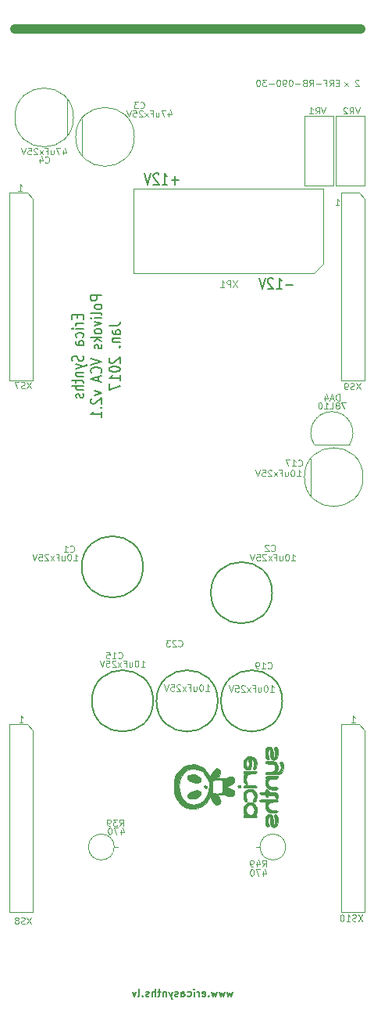
<source format=gbo>
G04 #@! TF.FileFunction,Legend,Bot*
%FSLAX46Y46*%
G04 Gerber Fmt 4.6, Leading zero omitted, Abs format (unit mm)*
G04 Created by KiCad (PCBNEW (2016-08-20 BZR 7083)-product) date Thu Jan 26 00:07:01 2017*
%MOMM*%
%LPD*%
G01*
G04 APERTURE LIST*
%ADD10C,0.100000*%
%ADD11C,1.000000*%
%ADD12C,0.150000*%
%ADD13C,0.200000*%
%ADD14C,0.120000*%
G04 APERTURE END LIST*
D10*
D11*
X38300000Y105400000D02*
X800000Y105400000D01*
D12*
X24428571Y1271429D02*
X24276190Y738096D01*
X24123809Y1119048D01*
X23971428Y738096D01*
X23819047Y1271429D01*
X23590476Y1271429D02*
X23438095Y738096D01*
X23285714Y1119048D01*
X23133333Y738096D01*
X22980952Y1271429D01*
X22752380Y1271429D02*
X22600000Y738096D01*
X22447619Y1119048D01*
X22295238Y738096D01*
X22142857Y1271429D01*
X21838095Y814286D02*
X21800000Y776191D01*
X21838095Y738096D01*
X21876190Y776191D01*
X21838095Y814286D01*
X21838095Y738096D01*
X21152380Y776191D02*
X21228571Y738096D01*
X21380952Y738096D01*
X21457142Y776191D01*
X21495238Y852381D01*
X21495238Y1157143D01*
X21457142Y1233334D01*
X21380952Y1271429D01*
X21228571Y1271429D01*
X21152380Y1233334D01*
X21114285Y1157143D01*
X21114285Y1080953D01*
X21495238Y1004762D01*
X20771428Y738096D02*
X20771428Y1271429D01*
X20771428Y1119048D02*
X20733333Y1195239D01*
X20695238Y1233334D01*
X20619047Y1271429D01*
X20542857Y1271429D01*
X20276190Y738096D02*
X20276190Y1271429D01*
X20276190Y1538096D02*
X20314285Y1500000D01*
X20276190Y1461905D01*
X20238095Y1500000D01*
X20276190Y1538096D01*
X20276190Y1461905D01*
X19552380Y776191D02*
X19628571Y738096D01*
X19780952Y738096D01*
X19857142Y776191D01*
X19895238Y814286D01*
X19933333Y890477D01*
X19933333Y1119048D01*
X19895238Y1195239D01*
X19857142Y1233334D01*
X19780952Y1271429D01*
X19628571Y1271429D01*
X19552380Y1233334D01*
X18866666Y738096D02*
X18866666Y1157143D01*
X18904761Y1233334D01*
X18980952Y1271429D01*
X19133333Y1271429D01*
X19209523Y1233334D01*
X18866666Y776191D02*
X18942857Y738096D01*
X19133333Y738096D01*
X19209523Y776191D01*
X19247619Y852381D01*
X19247619Y928572D01*
X19209523Y1004762D01*
X19133333Y1042858D01*
X18942857Y1042858D01*
X18866666Y1080953D01*
X18523809Y776191D02*
X18447619Y738096D01*
X18295238Y738096D01*
X18219047Y776191D01*
X18180952Y852381D01*
X18180952Y890477D01*
X18219047Y966667D01*
X18295238Y1004762D01*
X18409523Y1004762D01*
X18485714Y1042858D01*
X18523809Y1119048D01*
X18523809Y1157143D01*
X18485714Y1233334D01*
X18409523Y1271429D01*
X18295238Y1271429D01*
X18219047Y1233334D01*
X17914285Y1271429D02*
X17723809Y738096D01*
X17533333Y1271429D02*
X17723809Y738096D01*
X17800000Y547620D01*
X17838095Y509524D01*
X17914285Y471429D01*
X17228571Y1271429D02*
X17228571Y738096D01*
X17228571Y1195239D02*
X17190476Y1233334D01*
X17114285Y1271429D01*
X17000000Y1271429D01*
X16923809Y1233334D01*
X16885714Y1157143D01*
X16885714Y738096D01*
X16619047Y1271429D02*
X16314285Y1271429D01*
X16504761Y1538096D02*
X16504761Y852381D01*
X16466666Y776191D01*
X16390476Y738096D01*
X16314285Y738096D01*
X16047619Y738096D02*
X16047619Y1538096D01*
X15704761Y738096D02*
X15704761Y1157143D01*
X15742857Y1233334D01*
X15819047Y1271429D01*
X15933333Y1271429D01*
X16009523Y1233334D01*
X16047619Y1195239D01*
X15361904Y776191D02*
X15285714Y738096D01*
X15133333Y738096D01*
X15057142Y776191D01*
X15019047Y852381D01*
X15019047Y890477D01*
X15057142Y966667D01*
X15133333Y1004762D01*
X15247619Y1004762D01*
X15323809Y1042858D01*
X15361904Y1119048D01*
X15361904Y1157143D01*
X15323809Y1233334D01*
X15247619Y1271429D01*
X15133333Y1271429D01*
X15057142Y1233334D01*
X14676190Y814286D02*
X14638095Y776191D01*
X14676190Y738096D01*
X14714285Y776191D01*
X14676190Y814286D01*
X14676190Y738096D01*
X14180952Y738096D02*
X14257142Y776191D01*
X14295238Y852381D01*
X14295238Y1538096D01*
X13952380Y1271429D02*
X13761904Y738096D01*
X13571428Y1271429D01*
D13*
X7614285Y74476191D02*
X7614285Y74142858D01*
X8242857Y74000000D02*
X8242857Y74476191D01*
X7042857Y74476191D01*
X7042857Y74000000D01*
X8242857Y73571429D02*
X7442857Y73571429D01*
X7671428Y73571429D02*
X7557142Y73523810D01*
X7500000Y73476191D01*
X7442857Y73380953D01*
X7442857Y73285715D01*
X8242857Y72952381D02*
X7442857Y72952381D01*
X7042857Y72952381D02*
X7100000Y73000000D01*
X7157142Y72952381D01*
X7100000Y72904762D01*
X7042857Y72952381D01*
X7157142Y72952381D01*
X8185714Y72047620D02*
X8242857Y72142858D01*
X8242857Y72333334D01*
X8185714Y72428572D01*
X8128571Y72476191D01*
X8014285Y72523810D01*
X7671428Y72523810D01*
X7557142Y72476191D01*
X7500000Y72428572D01*
X7442857Y72333334D01*
X7442857Y72142858D01*
X7500000Y72047620D01*
X8242857Y71190477D02*
X7614285Y71190477D01*
X7500000Y71238096D01*
X7442857Y71333334D01*
X7442857Y71523810D01*
X7500000Y71619048D01*
X8185714Y71190477D02*
X8242857Y71285715D01*
X8242857Y71523810D01*
X8185714Y71619048D01*
X8071428Y71666667D01*
X7957142Y71666667D01*
X7842857Y71619048D01*
X7785714Y71523810D01*
X7785714Y71285715D01*
X7728571Y71190477D01*
X8185714Y70000000D02*
X8242857Y69857143D01*
X8242857Y69619048D01*
X8185714Y69523810D01*
X8128571Y69476191D01*
X8014285Y69428572D01*
X7900000Y69428572D01*
X7785714Y69476191D01*
X7728571Y69523810D01*
X7671428Y69619048D01*
X7614285Y69809524D01*
X7557142Y69904762D01*
X7500000Y69952381D01*
X7385714Y70000000D01*
X7271428Y70000000D01*
X7157142Y69952381D01*
X7100000Y69904762D01*
X7042857Y69809524D01*
X7042857Y69571429D01*
X7100000Y69428572D01*
X7442857Y69095239D02*
X8242857Y68857143D01*
X7442857Y68619048D02*
X8242857Y68857143D01*
X8528571Y68952381D01*
X8585714Y69000000D01*
X8642857Y69095239D01*
X7442857Y68238096D02*
X8242857Y68238096D01*
X7557142Y68238096D02*
X7500000Y68190477D01*
X7442857Y68095239D01*
X7442857Y67952381D01*
X7500000Y67857143D01*
X7614285Y67809524D01*
X8242857Y67809524D01*
X7442857Y67476191D02*
X7442857Y67095239D01*
X7042857Y67333334D02*
X8071428Y67333334D01*
X8185714Y67285715D01*
X8242857Y67190477D01*
X8242857Y67095239D01*
X8242857Y66761905D02*
X7042857Y66761905D01*
X8242857Y66333334D02*
X7614285Y66333334D01*
X7500000Y66380953D01*
X7442857Y66476191D01*
X7442857Y66619048D01*
X7500000Y66714286D01*
X7557142Y66761905D01*
X8185714Y65904762D02*
X8242857Y65809524D01*
X8242857Y65619048D01*
X8185714Y65523810D01*
X8071428Y65476191D01*
X8014285Y65476191D01*
X7900000Y65523810D01*
X7842857Y65619048D01*
X7842857Y65761905D01*
X7785714Y65857143D01*
X7671428Y65904762D01*
X7614285Y65904762D01*
X7500000Y65857143D01*
X7442857Y65761905D01*
X7442857Y65619048D01*
X7500000Y65523810D01*
X10242857Y76547620D02*
X9042857Y76547620D01*
X9042857Y76166667D01*
X9100000Y76071429D01*
X9157142Y76023810D01*
X9271428Y75976191D01*
X9442857Y75976191D01*
X9557142Y76023810D01*
X9614285Y76071429D01*
X9671428Y76166667D01*
X9671428Y76547620D01*
X10242857Y75404762D02*
X10185714Y75500000D01*
X10128571Y75547620D01*
X10014285Y75595239D01*
X9671428Y75595239D01*
X9557142Y75547620D01*
X9500000Y75500000D01*
X9442857Y75404762D01*
X9442857Y75261905D01*
X9500000Y75166667D01*
X9557142Y75119048D01*
X9671428Y75071429D01*
X10014285Y75071429D01*
X10128571Y75119048D01*
X10185714Y75166667D01*
X10242857Y75261905D01*
X10242857Y75404762D01*
X10242857Y74500000D02*
X10185714Y74595239D01*
X10071428Y74642858D01*
X9042857Y74642858D01*
X10242857Y74119048D02*
X9442857Y74119048D01*
X9042857Y74119048D02*
X9100000Y74166667D01*
X9157142Y74119048D01*
X9100000Y74071429D01*
X9042857Y74119048D01*
X9157142Y74119048D01*
X9442857Y73738096D02*
X10242857Y73500000D01*
X9442857Y73261905D01*
X10242857Y72738096D02*
X10185714Y72833334D01*
X10128571Y72880953D01*
X10014285Y72928572D01*
X9671428Y72928572D01*
X9557142Y72880953D01*
X9500000Y72833334D01*
X9442857Y72738096D01*
X9442857Y72595239D01*
X9500000Y72500000D01*
X9557142Y72452381D01*
X9671428Y72404762D01*
X10014285Y72404762D01*
X10128571Y72452381D01*
X10185714Y72500000D01*
X10242857Y72595239D01*
X10242857Y72738096D01*
X10242857Y71976191D02*
X9042857Y71976191D01*
X9785714Y71880953D02*
X10242857Y71595239D01*
X9442857Y71595239D02*
X9900000Y71976191D01*
X10185714Y71214286D02*
X10242857Y71119048D01*
X10242857Y70928572D01*
X10185714Y70833334D01*
X10071428Y70785715D01*
X10014285Y70785715D01*
X9900000Y70833334D01*
X9842857Y70928572D01*
X9842857Y71071429D01*
X9785714Y71166667D01*
X9671428Y71214286D01*
X9614285Y71214286D01*
X9500000Y71166667D01*
X9442857Y71071429D01*
X9442857Y70928572D01*
X9500000Y70833334D01*
X9042857Y69738096D02*
X10242857Y69404762D01*
X9042857Y69071429D01*
X10128571Y68166667D02*
X10185714Y68214286D01*
X10242857Y68357143D01*
X10242857Y68452381D01*
X10185714Y68595239D01*
X10071428Y68690477D01*
X9957142Y68738096D01*
X9728571Y68785715D01*
X9557142Y68785715D01*
X9328571Y68738096D01*
X9214285Y68690477D01*
X9100000Y68595239D01*
X9042857Y68452381D01*
X9042857Y68357143D01*
X9100000Y68214286D01*
X9157142Y68166667D01*
X9900000Y67785715D02*
X9900000Y67309524D01*
X10242857Y67880953D02*
X9042857Y67547620D01*
X10242857Y67214286D01*
X9442857Y66214286D02*
X10242857Y65976191D01*
X9442857Y65738096D01*
X9157142Y65404762D02*
X9100000Y65357143D01*
X9042857Y65261905D01*
X9042857Y65023810D01*
X9100000Y64928572D01*
X9157142Y64880953D01*
X9271428Y64833334D01*
X9385714Y64833334D01*
X9557142Y64880953D01*
X10242857Y65452381D01*
X10242857Y64833334D01*
X10128571Y64404762D02*
X10185714Y64357143D01*
X10242857Y64404762D01*
X10185714Y64452381D01*
X10128571Y64404762D01*
X10242857Y64404762D01*
X10242857Y63404762D02*
X10242857Y63976191D01*
X10242857Y63690477D02*
X9042857Y63690477D01*
X9214285Y63785715D01*
X9328571Y63880953D01*
X9385714Y63976191D01*
X11042857Y73285715D02*
X11900000Y73285715D01*
X12071428Y73333334D01*
X12185714Y73428572D01*
X12242857Y73571429D01*
X12242857Y73666667D01*
X12242857Y72380953D02*
X11614285Y72380953D01*
X11500000Y72428572D01*
X11442857Y72523810D01*
X11442857Y72714286D01*
X11500000Y72809524D01*
X12185714Y72380953D02*
X12242857Y72476191D01*
X12242857Y72714286D01*
X12185714Y72809524D01*
X12071428Y72857143D01*
X11957142Y72857143D01*
X11842857Y72809524D01*
X11785714Y72714286D01*
X11785714Y72476191D01*
X11728571Y72380953D01*
X11442857Y71904762D02*
X12242857Y71904762D01*
X11557142Y71904762D02*
X11500000Y71857143D01*
X11442857Y71761905D01*
X11442857Y71619048D01*
X11500000Y71523810D01*
X11614285Y71476191D01*
X12242857Y71476191D01*
X12128571Y71000000D02*
X12185714Y70952381D01*
X12242857Y71000000D01*
X12185714Y71047620D01*
X12128571Y71000000D01*
X12242857Y71000000D01*
X11157142Y69809524D02*
X11100000Y69761905D01*
X11042857Y69666667D01*
X11042857Y69428572D01*
X11100000Y69333334D01*
X11157142Y69285715D01*
X11271428Y69238096D01*
X11385714Y69238096D01*
X11557142Y69285715D01*
X12242857Y69857143D01*
X12242857Y69238096D01*
X11042857Y68619048D02*
X11042857Y68523810D01*
X11100000Y68428572D01*
X11157142Y68380953D01*
X11271428Y68333334D01*
X11500000Y68285715D01*
X11785714Y68285715D01*
X12014285Y68333334D01*
X12128571Y68380953D01*
X12185714Y68428572D01*
X12242857Y68523810D01*
X12242857Y68619048D01*
X12185714Y68714286D01*
X12128571Y68761905D01*
X12014285Y68809524D01*
X11785714Y68857143D01*
X11500000Y68857143D01*
X11271428Y68809524D01*
X11157142Y68761905D01*
X11100000Y68714286D01*
X11042857Y68619048D01*
X12242857Y67333334D02*
X12242857Y67904762D01*
X12242857Y67619048D02*
X11042857Y67619048D01*
X11214285Y67714286D01*
X11328571Y67809524D01*
X11385714Y67904762D01*
X11042857Y67000000D02*
X11042857Y66333334D01*
X12242857Y66761905D01*
X30961904Y77714286D02*
X30200000Y77714286D01*
X29200000Y77257143D02*
X29771428Y77257143D01*
X29485714Y77257143D02*
X29485714Y78457143D01*
X29580952Y78285715D01*
X29676190Y78171429D01*
X29771428Y78114286D01*
X28819047Y78342858D02*
X28771428Y78400000D01*
X28676190Y78457143D01*
X28438095Y78457143D01*
X28342857Y78400000D01*
X28295238Y78342858D01*
X28247619Y78228572D01*
X28247619Y78114286D01*
X28295238Y77942858D01*
X28866666Y77257143D01*
X28247619Y77257143D01*
X27961904Y78457143D02*
X27628571Y77257143D01*
X27295238Y78457143D01*
X18561904Y89014286D02*
X17800000Y89014286D01*
X18180952Y88557143D02*
X18180952Y89471429D01*
X16800000Y88557143D02*
X17371428Y88557143D01*
X17085714Y88557143D02*
X17085714Y89757143D01*
X17180952Y89585715D01*
X17276190Y89471429D01*
X17371428Y89414286D01*
X16419047Y89642858D02*
X16371428Y89700000D01*
X16276190Y89757143D01*
X16038095Y89757143D01*
X15942857Y89700000D01*
X15895238Y89642858D01*
X15847619Y89528572D01*
X15847619Y89414286D01*
X15895238Y89242858D01*
X16466666Y88557143D01*
X15847619Y88557143D01*
X15561904Y89757143D02*
X15228571Y88557143D01*
X14895238Y89757143D01*
D10*
X37300000Y30383334D02*
X37700000Y30383334D01*
X37500000Y30383334D02*
X37500000Y31083334D01*
X37566666Y30983334D01*
X37633333Y30916667D01*
X37700000Y30883334D01*
X1300000Y30383334D02*
X1700000Y30383334D01*
X1500000Y30383334D02*
X1500000Y31083334D01*
X1566666Y30983334D01*
X1633333Y30916667D01*
X1700000Y30883334D01*
X1200000Y87883334D02*
X1600000Y87883334D01*
X1400000Y87883334D02*
X1400000Y88583334D01*
X1466666Y88483334D01*
X1533333Y88416667D01*
X1600000Y88383334D01*
X35600000Y86283334D02*
X36000000Y86283334D01*
X35800000Y86283334D02*
X35800000Y86983334D01*
X35866666Y86883334D01*
X35933333Y86816667D01*
X36000000Y86783334D01*
X38116666Y99816667D02*
X38083333Y99850000D01*
X38016666Y99883334D01*
X37850000Y99883334D01*
X37783333Y99850000D01*
X37750000Y99816667D01*
X37716666Y99750000D01*
X37716666Y99683334D01*
X37750000Y99583334D01*
X38150000Y99183334D01*
X37716666Y99183334D01*
X36950000Y99183334D02*
X36583333Y99650000D01*
X36950000Y99650000D02*
X36583333Y99183334D01*
X37105000Y60430000D02*
X33295000Y60430000D01*
X33297661Y60426017D02*
G75*
G02X37105000Y60430000I1902339J1273983D01*
G01*
D12*
X14723908Y47200000D02*
G75*
G03X14723908Y47200000I-3323908J0D01*
G01*
X28723908Y44400000D02*
G75*
G03X28723908Y44400000I-3323908J0D01*
G01*
D10*
X8123500Y95668500D02*
X8123500Y91731500D01*
X13780710Y93700000D02*
G75*
G03X13780710Y93700000I-3180710J0D01*
G01*
X6476500Y93831500D02*
X6476500Y97768500D01*
X7180710Y95800000D02*
G75*
G03X7180710Y95800000I-3180710J0D01*
G01*
D12*
X15823908Y32700000D02*
G75*
G03X15823908Y32700000I-3323908J0D01*
G01*
D10*
X32923500Y58868500D02*
X32923500Y54931500D01*
X38580710Y56900000D02*
G75*
G03X38580710Y56900000I-3180710J0D01*
G01*
D12*
X29823908Y32700000D02*
G75*
G03X29823908Y32700000I-3323908J0D01*
G01*
D10*
X35387500Y95946500D02*
X35387500Y88453500D01*
X35387500Y88453500D02*
X32212500Y88453500D01*
X32212500Y88453500D02*
X32212500Y95946500D01*
X32212500Y95946500D02*
X35387500Y95946500D01*
X38787500Y95946500D02*
X38787500Y88453500D01*
X38787500Y88453500D02*
X35612500Y88453500D01*
X35612500Y88453500D02*
X35612500Y95946500D01*
X35612500Y95946500D02*
X38787500Y95946500D01*
X33271000Y78928000D02*
X34287000Y79944000D01*
X13713000Y78928000D02*
X33271000Y78928000D01*
X34287000Y88072000D02*
X34287000Y79944000D01*
X13713000Y88072000D02*
X13713000Y78928000D01*
X34287000Y88072000D02*
X13713000Y88072000D01*
X2770000Y67340000D02*
X230000Y67340000D01*
X230000Y67340000D02*
X230000Y87660000D01*
X230000Y87660000D02*
X2135000Y87660000D01*
X2135000Y87660000D02*
X2770000Y87025000D01*
X2770000Y87025000D02*
X2770000Y67340000D01*
X2770000Y9840000D02*
X230000Y9840000D01*
X230000Y9840000D02*
X230000Y30160000D01*
X230000Y30160000D02*
X2135000Y30160000D01*
X2135000Y30160000D02*
X2770000Y29525000D01*
X2770000Y29525000D02*
X2770000Y9840000D01*
X38770000Y67340000D02*
X36230000Y67340000D01*
X36230000Y67340000D02*
X36230000Y87660000D01*
X36230000Y87660000D02*
X38135000Y87660000D01*
X38135000Y87660000D02*
X38770000Y87025000D01*
X38770000Y87025000D02*
X38770000Y67340000D01*
X38770000Y9840000D02*
X36230000Y9840000D01*
X36230000Y9840000D02*
X36230000Y30160000D01*
X36230000Y30160000D02*
X38135000Y30160000D01*
X38135000Y30160000D02*
X38770000Y29525000D01*
X38770000Y29525000D02*
X38770000Y9840000D01*
G36*
X28626647Y24732782D02*
X28796201Y24734600D01*
X29099114Y24743211D01*
X29319056Y24758139D01*
X29474571Y24781599D01*
X29584205Y24815808D01*
X29619249Y24832933D01*
X29780858Y24974904D01*
X29897219Y25183932D01*
X29959154Y25432090D01*
X29957483Y25691451D01*
X29935856Y25796094D01*
X29862017Y25972284D01*
X29762363Y26086256D01*
X29653502Y26121279D01*
X29620746Y26113590D01*
X29556283Y26067970D01*
X29543587Y25986493D01*
X29582518Y25848178D01*
X29618367Y25758147D01*
X29668854Y25597118D01*
X29663346Y25453616D01*
X29643534Y25376969D01*
X29574317Y25207877D01*
X29475512Y25108097D01*
X29348329Y25054312D01*
X29274585Y25038476D01*
X29258657Y25071282D01*
X29289977Y25175603D01*
X29290970Y25178453D01*
X29329541Y25390241D01*
X29317489Y25621540D01*
X29260573Y25832546D01*
X29176197Y25971723D01*
X29060293Y26082417D01*
X28944259Y26152569D01*
X28796774Y26194327D01*
X28586516Y26219837D01*
X28523404Y26224878D01*
X28252595Y26228625D01*
X28068668Y26193144D01*
X27974697Y26119300D01*
X27962400Y26067000D01*
X28007433Y25978116D01*
X28144097Y25920088D01*
X28374736Y25892155D01*
X28509986Y25889200D01*
X28715238Y25882733D01*
X28845557Y25859621D01*
X28927008Y25814300D01*
X28945126Y25796300D01*
X29011000Y25659085D01*
X29027673Y25477161D01*
X28996022Y25294219D01*
X28932576Y25171531D01*
X28871079Y25110566D01*
X28790193Y25072227D01*
X28664103Y25049543D01*
X28466989Y25035542D01*
X28420852Y25033355D01*
X28198582Y25018168D01*
X28060834Y24994684D01*
X27990636Y24959210D01*
X27975822Y24936506D01*
X27967619Y24856496D01*
X28019470Y24798366D01*
X28140506Y24759868D01*
X28339855Y24738756D01*
X28626647Y24732782D01*
X28626647Y24732782D01*
X28626647Y24732782D01*
G37*
X28626647Y24732782D02*
X28796201Y24734600D01*
X29099114Y24743211D01*
X29319056Y24758139D01*
X29474571Y24781599D01*
X29584205Y24815808D01*
X29619249Y24832933D01*
X29780858Y24974904D01*
X29897219Y25183932D01*
X29959154Y25432090D01*
X29957483Y25691451D01*
X29935856Y25796094D01*
X29862017Y25972284D01*
X29762363Y26086256D01*
X29653502Y26121279D01*
X29620746Y26113590D01*
X29556283Y26067970D01*
X29543587Y25986493D01*
X29582518Y25848178D01*
X29618367Y25758147D01*
X29668854Y25597118D01*
X29663346Y25453616D01*
X29643534Y25376969D01*
X29574317Y25207877D01*
X29475512Y25108097D01*
X29348329Y25054312D01*
X29274585Y25038476D01*
X29258657Y25071282D01*
X29289977Y25175603D01*
X29290970Y25178453D01*
X29329541Y25390241D01*
X29317489Y25621540D01*
X29260573Y25832546D01*
X29176197Y25971723D01*
X29060293Y26082417D01*
X28944259Y26152569D01*
X28796774Y26194327D01*
X28586516Y26219837D01*
X28523404Y26224878D01*
X28252595Y26228625D01*
X28068668Y26193144D01*
X27974697Y26119300D01*
X27962400Y26067000D01*
X28007433Y25978116D01*
X28144097Y25920088D01*
X28374736Y25892155D01*
X28509986Y25889200D01*
X28715238Y25882733D01*
X28845557Y25859621D01*
X28927008Y25814300D01*
X28945126Y25796300D01*
X29011000Y25659085D01*
X29027673Y25477161D01*
X28996022Y25294219D01*
X28932576Y25171531D01*
X28871079Y25110566D01*
X28790193Y25072227D01*
X28664103Y25049543D01*
X28466989Y25035542D01*
X28420852Y25033355D01*
X28198582Y25018168D01*
X28060834Y24994684D01*
X27990636Y24959210D01*
X27975822Y24936506D01*
X27967619Y24856496D01*
X28019470Y24798366D01*
X28140506Y24759868D01*
X28339855Y24738756D01*
X28626647Y24732782D01*
X28626647Y24732782D01*
G36*
X28878314Y26296540D02*
X29055659Y26337640D01*
X29204916Y26458457D01*
X29307860Y26651750D01*
X29359485Y26897172D01*
X29354789Y27174375D01*
X29313096Y27384481D01*
X29237354Y27585880D01*
X29148694Y27705138D01*
X29054494Y27735285D01*
X28984401Y27694974D01*
X28936752Y27612723D01*
X28961946Y27505334D01*
X28965285Y27497897D01*
X29024403Y27318060D01*
X29054545Y27119601D01*
X29056867Y26926919D01*
X29032526Y26764411D01*
X28982679Y26656475D01*
X28923945Y26625800D01*
X28884268Y26652671D01*
X28855503Y26743205D01*
X28834097Y26912285D01*
X28824210Y27043571D01*
X28784952Y27352557D01*
X28711471Y27570889D01*
X28600636Y27704643D01*
X28455188Y27759232D01*
X28267368Y27737602D01*
X28120137Y27628602D01*
X28018976Y27440204D01*
X27969365Y27180380D01*
X27965267Y27046532D01*
X27985001Y26807706D01*
X28033517Y26605942D01*
X28102888Y26454542D01*
X28185192Y26366812D01*
X28272503Y26356054D01*
X28342144Y26413823D01*
X28382827Y26493803D01*
X28373448Y26587186D01*
X28339168Y26678892D01*
X28288692Y26856827D01*
X28268253Y27054357D01*
X28277484Y27238197D01*
X28316020Y27375063D01*
X28347271Y27416414D01*
X28424100Y27449825D01*
X28477202Y27398446D01*
X28508585Y27257349D01*
X28520259Y27021608D01*
X28520422Y26991578D01*
X28545642Y26699052D01*
X28616760Y26481961D01*
X28729182Y26345920D01*
X28878314Y26296540D01*
X28878314Y26296540D01*
X28878314Y26296540D01*
G37*
X28878314Y26296540D02*
X29055659Y26337640D01*
X29204916Y26458457D01*
X29307860Y26651750D01*
X29359485Y26897172D01*
X29354789Y27174375D01*
X29313096Y27384481D01*
X29237354Y27585880D01*
X29148694Y27705138D01*
X29054494Y27735285D01*
X28984401Y27694974D01*
X28936752Y27612723D01*
X28961946Y27505334D01*
X28965285Y27497897D01*
X29024403Y27318060D01*
X29054545Y27119601D01*
X29056867Y26926919D01*
X29032526Y26764411D01*
X28982679Y26656475D01*
X28923945Y26625800D01*
X28884268Y26652671D01*
X28855503Y26743205D01*
X28834097Y26912285D01*
X28824210Y27043571D01*
X28784952Y27352557D01*
X28711471Y27570889D01*
X28600636Y27704643D01*
X28455188Y27759232D01*
X28267368Y27737602D01*
X28120137Y27628602D01*
X28018976Y27440204D01*
X27969365Y27180380D01*
X27965267Y27046532D01*
X27985001Y26807706D01*
X28033517Y26605942D01*
X28102888Y26454542D01*
X28185192Y26366812D01*
X28272503Y26356054D01*
X28342144Y26413823D01*
X28382827Y26493803D01*
X28373448Y26587186D01*
X28339168Y26678892D01*
X28288692Y26856827D01*
X28268253Y27054357D01*
X28277484Y27238197D01*
X28316020Y27375063D01*
X28347271Y27416414D01*
X28424100Y27449825D01*
X28477202Y27398446D01*
X28508585Y27257349D01*
X28520259Y27021608D01*
X28520422Y26991578D01*
X28545642Y26699052D01*
X28616760Y26481961D01*
X28729182Y26345920D01*
X28878314Y26296540D01*
X28878314Y26296540D01*
G36*
X28878314Y19032140D02*
X29055659Y19073240D01*
X29205265Y19194428D01*
X29308218Y19389215D01*
X29358917Y19638263D01*
X29351763Y19922234D01*
X29333361Y20032136D01*
X29270149Y20262480D01*
X29192539Y20399864D01*
X29095532Y20452492D01*
X29076618Y20453600D01*
X28982778Y20426824D01*
X28947398Y20339751D01*
X28968637Y20182266D01*
X29004808Y20058840D01*
X29046518Y19870155D01*
X29056021Y19680537D01*
X29036205Y19515544D01*
X28989958Y19400735D01*
X28925993Y19361400D01*
X28885439Y19386172D01*
X28856519Y19471107D01*
X28835301Y19632131D01*
X28824616Y19772146D01*
X28789076Y20071067D01*
X28724137Y20282354D01*
X28624558Y20417056D01*
X28485977Y20486005D01*
X28309374Y20482646D01*
X28153307Y20392821D01*
X28041700Y20231607D01*
X28028767Y20197886D01*
X27979900Y19989213D01*
X27966515Y19770340D01*
X27983731Y19557494D01*
X28026665Y19366902D01*
X28090437Y19214790D01*
X28170163Y19117386D01*
X28260963Y19090916D01*
X28347017Y19140046D01*
X28397696Y19204980D01*
X28395628Y19274366D01*
X28347970Y19377962D01*
X28292582Y19546968D01*
X28270116Y19749975D01*
X28280866Y19947221D01*
X28325125Y20098943D01*
X28342434Y20126391D01*
X28415944Y20185170D01*
X28470475Y20145476D01*
X28505377Y20008766D01*
X28519999Y19776500D01*
X28520422Y19727178D01*
X28545642Y19434652D01*
X28616760Y19217561D01*
X28729182Y19081520D01*
X28878314Y19032140D01*
X28878314Y19032140D01*
X28878314Y19032140D01*
G37*
X28878314Y19032140D02*
X29055659Y19073240D01*
X29205265Y19194428D01*
X29308218Y19389215D01*
X29358917Y19638263D01*
X29351763Y19922234D01*
X29333361Y20032136D01*
X29270149Y20262480D01*
X29192539Y20399864D01*
X29095532Y20452492D01*
X29076618Y20453600D01*
X28982778Y20426824D01*
X28947398Y20339751D01*
X28968637Y20182266D01*
X29004808Y20058840D01*
X29046518Y19870155D01*
X29056021Y19680537D01*
X29036205Y19515544D01*
X28989958Y19400735D01*
X28925993Y19361400D01*
X28885439Y19386172D01*
X28856519Y19471107D01*
X28835301Y19632131D01*
X28824616Y19772146D01*
X28789076Y20071067D01*
X28724137Y20282354D01*
X28624558Y20417056D01*
X28485977Y20486005D01*
X28309374Y20482646D01*
X28153307Y20392821D01*
X28041700Y20231607D01*
X28028767Y20197886D01*
X27979900Y19989213D01*
X27966515Y19770340D01*
X27983731Y19557494D01*
X28026665Y19366902D01*
X28090437Y19214790D01*
X28170163Y19117386D01*
X28260963Y19090916D01*
X28347017Y19140046D01*
X28397696Y19204980D01*
X28395628Y19274366D01*
X28347970Y19377962D01*
X28292582Y19546968D01*
X28270116Y19749975D01*
X28280866Y19947221D01*
X28325125Y20098943D01*
X28342434Y20126391D01*
X28415944Y20185170D01*
X28470475Y20145476D01*
X28505377Y20008766D01*
X28519999Y19776500D01*
X28520422Y19727178D01*
X28545642Y19434652D01*
X28616760Y19217561D01*
X28729182Y19081520D01*
X28878314Y19032140D01*
X28878314Y19032140D01*
G36*
X29017171Y23096741D02*
X29199159Y23115202D01*
X29299402Y23165652D01*
X29325898Y23250219D01*
X29324597Y23262096D01*
X29308414Y23317757D01*
X29265227Y23353735D01*
X29174199Y23376644D01*
X29014489Y23393101D01*
X28883206Y23402230D01*
X28616411Y23432384D01*
X28435758Y23488907D01*
X28327053Y23582192D01*
X28276103Y23722630D01*
X28267200Y23853249D01*
X28292550Y24039952D01*
X28376331Y24164760D01*
X28530141Y24236223D01*
X28765574Y24262890D01*
X28823824Y24263600D01*
X29059291Y24268740D01*
X29210669Y24288272D01*
X29295136Y24328367D01*
X29329869Y24395193D01*
X29334000Y24446836D01*
X29334000Y24568400D01*
X28672005Y24568400D01*
X28392879Y24566460D01*
X28199723Y24559486D01*
X28076963Y24545746D01*
X28009024Y24523510D01*
X27980522Y24491554D01*
X27984457Y24390461D01*
X28011041Y24342401D01*
X28044522Y24248288D01*
X28016725Y24168587D01*
X27969538Y23998584D01*
X27968740Y23786349D01*
X28011342Y23578449D01*
X28061764Y23466261D01*
X28198876Y23294408D01*
X28373936Y23184204D01*
X28610931Y23123085D01*
X28745441Y23108146D01*
X29017171Y23096741D01*
X29017171Y23096741D01*
X29017171Y23096741D01*
G37*
X29017171Y23096741D02*
X29199159Y23115202D01*
X29299402Y23165652D01*
X29325898Y23250219D01*
X29324597Y23262096D01*
X29308414Y23317757D01*
X29265227Y23353735D01*
X29174199Y23376644D01*
X29014489Y23393101D01*
X28883206Y23402230D01*
X28616411Y23432384D01*
X28435758Y23488907D01*
X28327053Y23582192D01*
X28276103Y23722630D01*
X28267200Y23853249D01*
X28292550Y24039952D01*
X28376331Y24164760D01*
X28530141Y24236223D01*
X28765574Y24262890D01*
X28823824Y24263600D01*
X29059291Y24268740D01*
X29210669Y24288272D01*
X29295136Y24328367D01*
X29329869Y24395193D01*
X29334000Y24446836D01*
X29334000Y24568400D01*
X28672005Y24568400D01*
X28392879Y24566460D01*
X28199723Y24559486D01*
X28076963Y24545746D01*
X28009024Y24523510D01*
X27980522Y24491554D01*
X27984457Y24390461D01*
X28011041Y24342401D01*
X28044522Y24248288D01*
X28016725Y24168587D01*
X27969538Y23998584D01*
X27968740Y23786349D01*
X28011342Y23578449D01*
X28061764Y23466261D01*
X28198876Y23294408D01*
X28373936Y23184204D01*
X28610931Y23123085D01*
X28745441Y23108146D01*
X29017171Y23096741D01*
X29017171Y23096741D01*
G36*
X29156439Y22155988D02*
X29251361Y22159959D01*
X29312703Y22231953D01*
X29334652Y22362098D01*
X29318147Y22515295D01*
X29264126Y22656444D01*
X29237040Y22695873D01*
X29175209Y22756975D01*
X29092986Y22796325D01*
X28964956Y22821014D01*
X28765704Y22838136D01*
X28716340Y22841200D01*
X28505878Y22856865D01*
X28379132Y22876019D01*
X28318221Y22903345D01*
X28305269Y22943529D01*
X28305970Y22948724D01*
X28280166Y23052216D01*
X28193517Y23117582D01*
X28098809Y23117182D01*
X28027788Y23046765D01*
X28003470Y22976605D01*
X27981487Y22913504D01*
X27921804Y22875582D01*
X27800001Y22852509D01*
X27683446Y22841200D01*
X27506669Y22820370D01*
X27408560Y22789496D01*
X27366198Y22739986D01*
X27360948Y22720288D01*
X27371928Y22626146D01*
X27455177Y22568005D01*
X27621282Y22540790D01*
X27742966Y22537178D01*
X27899296Y22531716D01*
X27981085Y22509145D01*
X28015210Y22458396D01*
X28022366Y22422100D01*
X28070127Y22324727D01*
X28153126Y22286499D01*
X28234441Y22311553D01*
X28275971Y22393682D01*
X28292118Y22455190D01*
X28334127Y22490364D01*
X28425135Y22506499D01*
X28588280Y22510884D01*
X28648200Y22511000D01*
X28834230Y22509140D01*
X28941831Y22497902D01*
X28994169Y22468802D01*
X29014411Y22413357D01*
X29019515Y22375018D01*
X29066842Y22230559D01*
X29156439Y22155988D01*
X29156439Y22155988D01*
X29156439Y22155988D01*
G37*
X29156439Y22155988D02*
X29251361Y22159959D01*
X29312703Y22231953D01*
X29334652Y22362098D01*
X29318147Y22515295D01*
X29264126Y22656444D01*
X29237040Y22695873D01*
X29175209Y22756975D01*
X29092986Y22796325D01*
X28964956Y22821014D01*
X28765704Y22838136D01*
X28716340Y22841200D01*
X28505878Y22856865D01*
X28379132Y22876019D01*
X28318221Y22903345D01*
X28305269Y22943529D01*
X28305970Y22948724D01*
X28280166Y23052216D01*
X28193517Y23117582D01*
X28098809Y23117182D01*
X28027788Y23046765D01*
X28003470Y22976605D01*
X27981487Y22913504D01*
X27921804Y22875582D01*
X27800001Y22852509D01*
X27683446Y22841200D01*
X27506669Y22820370D01*
X27408560Y22789496D01*
X27366198Y22739986D01*
X27360948Y22720288D01*
X27371928Y22626146D01*
X27455177Y22568005D01*
X27621282Y22540790D01*
X27742966Y22537178D01*
X27899296Y22531716D01*
X27981085Y22509145D01*
X28015210Y22458396D01*
X28022366Y22422100D01*
X28070127Y22324727D01*
X28153126Y22286499D01*
X28234441Y22311553D01*
X28275971Y22393682D01*
X28292118Y22455190D01*
X28334127Y22490364D01*
X28425135Y22506499D01*
X28588280Y22510884D01*
X28648200Y22511000D01*
X28834230Y22509140D01*
X28941831Y22497902D01*
X28994169Y22468802D01*
X29014411Y22413357D01*
X29019515Y22375018D01*
X29066842Y22230559D01*
X29156439Y22155988D01*
X29156439Y22155988D01*
G36*
X29036541Y20576506D02*
X29213706Y20606134D01*
X29309902Y20670940D01*
X29334000Y20754263D01*
X29307634Y20826666D01*
X29219985Y20874320D01*
X29058221Y20900885D01*
X28809513Y20910024D01*
X28787900Y20910107D01*
X28544706Y20930264D01*
X28384728Y20995531D01*
X28296185Y21114992D01*
X28267294Y21297730D01*
X28267200Y21311573D01*
X28285520Y21494425D01*
X28350123Y21621569D01*
X28475470Y21703819D01*
X28676024Y21751988D01*
X28883206Y21772171D01*
X29092430Y21788120D01*
X29220820Y21806882D01*
X29289080Y21834821D01*
X29317914Y21878301D01*
X29323985Y21907635D01*
X29302063Y22011068D01*
X29256331Y22047335D01*
X29179130Y22058137D01*
X29019558Y22067372D01*
X28796840Y22074363D01*
X28530202Y22078437D01*
X28348954Y22079200D01*
X27989120Y22075747D01*
X27720644Y22063875D01*
X27533471Y22041315D01*
X27417547Y22005798D01*
X27362815Y21955056D01*
X27359221Y21886819D01*
X27368351Y21857947D01*
X27408847Y21810910D01*
X27499446Y21784900D01*
X27661960Y21774983D01*
X27737640Y21774400D01*
X27916479Y21771736D01*
X28012925Y21759925D01*
X28046126Y21733244D01*
X28035233Y21685968D01*
X28035024Y21685500D01*
X27984089Y21486005D01*
X27979029Y21253091D01*
X28018832Y21038402D01*
X28049142Y20965212D01*
X28164184Y20791266D01*
X28307421Y20677439D01*
X28502579Y20611044D01*
X28770388Y20579570D01*
X29036541Y20576506D01*
X29036541Y20576506D01*
X29036541Y20576506D01*
G37*
X29036541Y20576506D02*
X29213706Y20606134D01*
X29309902Y20670940D01*
X29334000Y20754263D01*
X29307634Y20826666D01*
X29219985Y20874320D01*
X29058221Y20900885D01*
X28809513Y20910024D01*
X28787900Y20910107D01*
X28544706Y20930264D01*
X28384728Y20995531D01*
X28296185Y21114992D01*
X28267294Y21297730D01*
X28267200Y21311573D01*
X28285520Y21494425D01*
X28350123Y21621569D01*
X28475470Y21703819D01*
X28676024Y21751988D01*
X28883206Y21772171D01*
X29092430Y21788120D01*
X29220820Y21806882D01*
X29289080Y21834821D01*
X29317914Y21878301D01*
X29323985Y21907635D01*
X29302063Y22011068D01*
X29256331Y22047335D01*
X29179130Y22058137D01*
X29019558Y22067372D01*
X28796840Y22074363D01*
X28530202Y22078437D01*
X28348954Y22079200D01*
X27989120Y22075747D01*
X27720644Y22063875D01*
X27533471Y22041315D01*
X27417547Y22005798D01*
X27362815Y21955056D01*
X27359221Y21886819D01*
X27368351Y21857947D01*
X27408847Y21810910D01*
X27499446Y21784900D01*
X27661960Y21774983D01*
X27737640Y21774400D01*
X27916479Y21771736D01*
X28012925Y21759925D01*
X28046126Y21733244D01*
X28035233Y21685968D01*
X28035024Y21685500D01*
X27984089Y21486005D01*
X27979029Y21253091D01*
X28018832Y21038402D01*
X28049142Y20965212D01*
X28164184Y20791266D01*
X28307421Y20677439D01*
X28502579Y20611044D01*
X28770388Y20579570D01*
X29036541Y20576506D01*
X29036541Y20576506D01*
G36*
X25979879Y25250361D02*
X26129233Y25253241D01*
X26277205Y25314353D01*
X26379110Y25430528D01*
X26420031Y25551723D01*
X26107553Y25551723D01*
X26006995Y25554502D01*
X25931983Y25633214D01*
X25886545Y25764496D01*
X25874708Y25924986D01*
X25900499Y26091322D01*
X25967944Y26240140D01*
X25984887Y26263350D01*
X26069578Y26354771D01*
X26133793Y26396884D01*
X26137287Y26397200D01*
X26159126Y26350415D01*
X26175589Y26226050D01*
X26183907Y26048092D01*
X26184400Y25989206D01*
X26179926Y25773104D01*
X26164328Y25639711D01*
X26134341Y25570442D01*
X26107553Y25551723D01*
X26420031Y25551723D01*
X26441442Y25615135D01*
X26470697Y25881541D01*
X26473589Y25961883D01*
X26486917Y26197625D01*
X26514138Y26336650D01*
X26557752Y26383201D01*
X26620258Y26341521D01*
X26663023Y26283399D01*
X26765379Y26041266D01*
X26768067Y25779578D01*
X26720597Y25610056D01*
X26667494Y25434043D01*
X26674969Y25329442D01*
X26745949Y25284007D01*
X26799590Y25279600D01*
X26894274Y25325865D01*
X26968976Y25449198D01*
X27020164Y25626408D01*
X27044304Y25834304D01*
X27037866Y26049696D01*
X26997316Y26249391D01*
X26961136Y26340229D01*
X26818565Y26526381D01*
X26622519Y26646118D01*
X26396431Y26699182D01*
X26163733Y26685318D01*
X25947859Y26604268D01*
X25772241Y26455776D01*
X25705719Y26353980D01*
X25619325Y26116427D01*
X25594628Y25877291D01*
X25624980Y25653844D01*
X25703736Y25463359D01*
X25824251Y25323107D01*
X25979879Y25250361D01*
X25979879Y25250361D01*
X25979879Y25250361D01*
G37*
X25979879Y25250361D02*
X26129233Y25253241D01*
X26277205Y25314353D01*
X26379110Y25430528D01*
X26420031Y25551723D01*
X26107553Y25551723D01*
X26006995Y25554502D01*
X25931983Y25633214D01*
X25886545Y25764496D01*
X25874708Y25924986D01*
X25900499Y26091322D01*
X25967944Y26240140D01*
X25984887Y26263350D01*
X26069578Y26354771D01*
X26133793Y26396884D01*
X26137287Y26397200D01*
X26159126Y26350415D01*
X26175589Y26226050D01*
X26183907Y26048092D01*
X26184400Y25989206D01*
X26179926Y25773104D01*
X26164328Y25639711D01*
X26134341Y25570442D01*
X26107553Y25551723D01*
X26420031Y25551723D01*
X26441442Y25615135D01*
X26470697Y25881541D01*
X26473589Y25961883D01*
X26486917Y26197625D01*
X26514138Y26336650D01*
X26557752Y26383201D01*
X26620258Y26341521D01*
X26663023Y26283399D01*
X26765379Y26041266D01*
X26768067Y25779578D01*
X26720597Y25610056D01*
X26667494Y25434043D01*
X26674969Y25329442D01*
X26745949Y25284007D01*
X26799590Y25279600D01*
X26894274Y25325865D01*
X26968976Y25449198D01*
X27020164Y25626408D01*
X27044304Y25834304D01*
X27037866Y26049696D01*
X26997316Y26249391D01*
X26961136Y26340229D01*
X26818565Y26526381D01*
X26622519Y26646118D01*
X26396431Y26699182D01*
X26163733Y26685318D01*
X25947859Y26604268D01*
X25772241Y26455776D01*
X25705719Y26353980D01*
X25619325Y26116427D01*
X25594628Y25877291D01*
X25624980Y25653844D01*
X25703736Y25463359D01*
X25824251Y25323107D01*
X25979879Y25250361D01*
X25979879Y25250361D01*
G36*
X25865910Y23664635D02*
X25925459Y23680991D01*
X25961951Y23714581D01*
X26010667Y23778579D01*
X26006875Y23849275D01*
X25960370Y23949962D01*
X25898399Y24141789D01*
X25888435Y24351050D01*
X25925307Y24548787D01*
X26003846Y24706038D01*
X26110475Y24790844D01*
X26203410Y24807835D01*
X26360102Y24819566D01*
X26506054Y24823094D01*
X26693747Y24828366D01*
X26854784Y24841282D01*
X26933700Y24854419D01*
X27022663Y24918066D01*
X27049472Y25017171D01*
X27014133Y25093334D01*
X26953367Y25105897D01*
X26810984Y25116351D01*
X26606960Y25123737D01*
X26361272Y25127096D01*
X26308368Y25127200D01*
X26031910Y25125768D01*
X25840512Y25120104D01*
X25717658Y25108158D01*
X25646833Y25087881D01*
X25611519Y25057223D01*
X25602870Y25039641D01*
X25610967Y24936573D01*
X25652250Y24891404D01*
X25707266Y24814081D01*
X25686314Y24737664D01*
X25615734Y24525458D01*
X25596946Y24282195D01*
X25626655Y24040997D01*
X25701566Y23834984D01*
X25787377Y23721714D01*
X25865910Y23664635D01*
X25865910Y23664635D01*
X25865910Y23664635D01*
G37*
X25865910Y23664635D02*
X25925459Y23680991D01*
X25961951Y23714581D01*
X26010667Y23778579D01*
X26006875Y23849275D01*
X25960370Y23949962D01*
X25898399Y24141789D01*
X25888435Y24351050D01*
X25925307Y24548787D01*
X26003846Y24706038D01*
X26110475Y24790844D01*
X26203410Y24807835D01*
X26360102Y24819566D01*
X26506054Y24823094D01*
X26693747Y24828366D01*
X26854784Y24841282D01*
X26933700Y24854419D01*
X27022663Y24918066D01*
X27049472Y25017171D01*
X27014133Y25093334D01*
X26953367Y25105897D01*
X26810984Y25116351D01*
X26606960Y25123737D01*
X26361272Y25127096D01*
X26308368Y25127200D01*
X26031910Y25125768D01*
X25840512Y25120104D01*
X25717658Y25108158D01*
X25646833Y25087881D01*
X25611519Y25057223D01*
X25602870Y25039641D01*
X25610967Y24936573D01*
X25652250Y24891404D01*
X25707266Y24814081D01*
X25686314Y24737664D01*
X25615734Y24525458D01*
X25596946Y24282195D01*
X25626655Y24040997D01*
X25701566Y23834984D01*
X25787377Y23721714D01*
X25865910Y23664635D01*
X25865910Y23664635D01*
G36*
X25910083Y23305181D02*
X26130775Y23306150D01*
X26330070Y23309706D01*
X26607364Y23316145D01*
X26799274Y23324076D01*
X26922008Y23336286D01*
X26991772Y23355565D01*
X27024775Y23384699D01*
X27037224Y23426478D01*
X27037965Y23431479D01*
X27017462Y23527471D01*
X26936365Y23570485D01*
X26837745Y23583672D01*
X26664997Y23594265D01*
X26445582Y23600919D01*
X26283009Y23602507D01*
X25981318Y23595618D01*
X25771600Y23572187D01*
X25645166Y23529427D01*
X25593323Y23464550D01*
X25603405Y23384566D01*
X25626491Y23348849D01*
X25674356Y23324840D01*
X25763416Y23310848D01*
X25910083Y23305181D01*
X25910083Y23305181D01*
X25910083Y23305181D01*
G37*
X25910083Y23305181D02*
X26130775Y23306150D01*
X26330070Y23309706D01*
X26607364Y23316145D01*
X26799274Y23324076D01*
X26922008Y23336286D01*
X26991772Y23355565D01*
X27024775Y23384699D01*
X27037224Y23426478D01*
X27037965Y23431479D01*
X27017462Y23527471D01*
X26936365Y23570485D01*
X26837745Y23583672D01*
X26664997Y23594265D01*
X26445582Y23600919D01*
X26283009Y23602507D01*
X25981318Y23595618D01*
X25771600Y23572187D01*
X25645166Y23529427D01*
X25593323Y23464550D01*
X25603405Y23384566D01*
X25626491Y23348849D01*
X25674356Y23324840D01*
X25763416Y23310848D01*
X25910083Y23305181D01*
X25910083Y23305181D01*
G36*
X26799590Y21774400D02*
X26894685Y21820534D01*
X26969834Y21942933D01*
X27021488Y22117595D01*
X27046103Y22320518D01*
X27040130Y22527699D01*
X27000022Y22715137D01*
X26953483Y22815800D01*
X26807531Y23009924D01*
X26646509Y23123569D01*
X26439130Y23176555D01*
X26374112Y23182814D01*
X26098935Y23161757D01*
X25879156Y23057893D01*
X25720240Y22876896D01*
X25627651Y22624442D01*
X25604992Y22384000D01*
X25625956Y22144334D01*
X25684199Y21950527D01*
X25771609Y21822699D01*
X25847282Y21782958D01*
X25961882Y21790105D01*
X26004103Y21864159D01*
X25970673Y21997547D01*
X25954468Y22030976D01*
X25900001Y22210858D01*
X25890431Y22422371D01*
X25923061Y22624727D01*
X25995201Y22777139D01*
X26004459Y22788036D01*
X26164211Y22900187D01*
X26343315Y22927170D01*
X26517686Y22875667D01*
X26663238Y22752356D01*
X26751067Y22580975D01*
X26784410Y22434047D01*
X26778814Y22304587D01*
X26731341Y22140575D01*
X26725196Y22123137D01*
X26671766Y21941095D01*
X26672364Y21832368D01*
X26730105Y21782350D01*
X26799590Y21774400D01*
X26799590Y21774400D01*
X26799590Y21774400D01*
G37*
X26799590Y21774400D02*
X26894685Y21820534D01*
X26969834Y21942933D01*
X27021488Y22117595D01*
X27046103Y22320518D01*
X27040130Y22527699D01*
X27000022Y22715137D01*
X26953483Y22815800D01*
X26807531Y23009924D01*
X26646509Y23123569D01*
X26439130Y23176555D01*
X26374112Y23182814D01*
X26098935Y23161757D01*
X25879156Y23057893D01*
X25720240Y22876896D01*
X25627651Y22624442D01*
X25604992Y22384000D01*
X25625956Y22144334D01*
X25684199Y21950527D01*
X25771609Y21822699D01*
X25847282Y21782958D01*
X25961882Y21790105D01*
X26004103Y21864159D01*
X25970673Y21997547D01*
X25954468Y22030976D01*
X25900001Y22210858D01*
X25890431Y22422371D01*
X25923061Y22624727D01*
X25995201Y22777139D01*
X26004459Y22788036D01*
X26164211Y22900187D01*
X26343315Y22927170D01*
X26517686Y22875667D01*
X26663238Y22752356D01*
X26751067Y22580975D01*
X26784410Y22434047D01*
X26778814Y22304587D01*
X26731341Y22140575D01*
X26725196Y22123137D01*
X26671766Y21941095D01*
X26672364Y21832368D01*
X26730105Y21782350D01*
X26799590Y21774400D01*
X26799590Y21774400D01*
G36*
X26229798Y20090176D02*
X26464927Y20091600D01*
X26685671Y20101780D01*
X26868910Y20120682D01*
X26991526Y20148271D01*
X27029877Y20174847D01*
X27025334Y20274647D01*
X26995414Y20328752D01*
X26973210Y20379337D01*
X26273060Y20379337D01*
X26102666Y20436488D01*
X25967906Y20566610D01*
X25945335Y20606000D01*
X25882143Y20813718D01*
X25886815Y21025321D01*
X25949929Y21218164D01*
X26062065Y21369603D01*
X26213802Y21456989D01*
X26304612Y21469600D01*
X26512968Y21426677D01*
X26668565Y21308853D01*
X26763172Y21132554D01*
X26788558Y20914200D01*
X26736493Y20670216D01*
X26722716Y20635331D01*
X26610619Y20479798D01*
X26451556Y20394121D01*
X26273060Y20379337D01*
X26973210Y20379337D01*
X26957299Y20415589D01*
X26988385Y20530727D01*
X26989731Y20533695D01*
X27027803Y20684602D01*
X27042727Y20889592D01*
X27034434Y21103806D01*
X27002856Y21282382D01*
X26990928Y21317174D01*
X26852202Y21534351D01*
X26643911Y21684350D01*
X26526357Y21727274D01*
X26268271Y21756012D01*
X26036154Y21690566D01*
X25854222Y21564405D01*
X25709635Y21375509D01*
X25622358Y21131308D01*
X25597369Y20863585D01*
X25639648Y20604123D01*
X25685984Y20490501D01*
X25697043Y20383829D01*
X25655587Y20323931D01*
X25605463Y20230497D01*
X25607793Y20172730D01*
X25669280Y20138785D01*
X25808856Y20113734D01*
X26003401Y20097543D01*
X26229798Y20090176D01*
X26229798Y20090176D01*
X26229798Y20090176D01*
G37*
X26229798Y20090176D02*
X26464927Y20091600D01*
X26685671Y20101780D01*
X26868910Y20120682D01*
X26991526Y20148271D01*
X27029877Y20174847D01*
X27025334Y20274647D01*
X26995414Y20328752D01*
X26973210Y20379337D01*
X26273060Y20379337D01*
X26102666Y20436488D01*
X25967906Y20566610D01*
X25945335Y20606000D01*
X25882143Y20813718D01*
X25886815Y21025321D01*
X25949929Y21218164D01*
X26062065Y21369603D01*
X26213802Y21456989D01*
X26304612Y21469600D01*
X26512968Y21426677D01*
X26668565Y21308853D01*
X26763172Y21132554D01*
X26788558Y20914200D01*
X26736493Y20670216D01*
X26722716Y20635331D01*
X26610619Y20479798D01*
X26451556Y20394121D01*
X26273060Y20379337D01*
X26973210Y20379337D01*
X26957299Y20415589D01*
X26988385Y20530727D01*
X26989731Y20533695D01*
X27027803Y20684602D01*
X27042727Y20889592D01*
X27034434Y21103806D01*
X27002856Y21282382D01*
X26990928Y21317174D01*
X26852202Y21534351D01*
X26643911Y21684350D01*
X26526357Y21727274D01*
X26268271Y21756012D01*
X26036154Y21690566D01*
X25854222Y21564405D01*
X25709635Y21375509D01*
X25622358Y21131308D01*
X25597369Y20863585D01*
X25639648Y20604123D01*
X25685984Y20490501D01*
X25697043Y20383829D01*
X25655587Y20323931D01*
X25605463Y20230497D01*
X25607793Y20172730D01*
X25669280Y20138785D01*
X25808856Y20113734D01*
X26003401Y20097543D01*
X26229798Y20090176D01*
X26229798Y20090176D01*
G36*
X25171738Y23302311D02*
X25264975Y23341946D01*
X25289964Y23378755D01*
X25316526Y23457082D01*
X25299422Y23501833D01*
X25259840Y23542240D01*
X25156289Y23592823D01*
X25056099Y23569098D01*
X24991890Y23490929D01*
X24995158Y23381039D01*
X25065191Y23315471D01*
X25171738Y23302311D01*
X25171738Y23302311D01*
X25171738Y23302311D01*
G37*
X25171738Y23302311D02*
X25264975Y23341946D01*
X25289964Y23378755D01*
X25316526Y23457082D01*
X25299422Y23501833D01*
X25259840Y23542240D01*
X25156289Y23592823D01*
X25056099Y23569098D01*
X24991890Y23490929D01*
X24995158Y23381039D01*
X25065191Y23315471D01*
X25171738Y23302311D01*
X25171738Y23302311D01*
G36*
X19896190Y21036490D02*
X20335029Y21046312D01*
X20445560Y21063483D01*
X20857902Y21183955D01*
X21225707Y21382429D01*
X21351520Y21490717D01*
X20220937Y21490717D01*
X19886216Y21543320D01*
X19562915Y21663527D01*
X19274717Y21846452D01*
X19157922Y21952912D01*
X18926195Y22261098D01*
X18760268Y22629563D01*
X18662253Y23039424D01*
X18634267Y23471797D01*
X18678423Y23907799D01*
X18796835Y24328545D01*
X18872418Y24502768D01*
X19078291Y24824732D01*
X19339462Y25076141D01*
X19641256Y25253974D01*
X19969000Y25355208D01*
X20308019Y25376823D01*
X20643640Y25315797D01*
X20961189Y25169109D01*
X21198839Y24981775D01*
X21511582Y24617359D01*
X21735213Y24225249D01*
X21867565Y23815198D01*
X21906473Y23396963D01*
X21849770Y22980299D01*
X21721578Y22627926D01*
X21562317Y22350510D01*
X21359568Y22079137D01*
X21136238Y21840011D01*
X20915233Y21659336D01*
X20829917Y21607871D01*
X20543398Y21510605D01*
X20220937Y21490717D01*
X21351520Y21490717D01*
X21534632Y21648321D01*
X21770335Y21971046D01*
X21827276Y22083116D01*
X21895117Y22221536D01*
X21947949Y22312355D01*
X21967789Y22333200D01*
X22003932Y22292305D01*
X22068981Y22187325D01*
X22119054Y22096669D01*
X22225714Y21910658D01*
X22344990Y21723634D01*
X22385985Y21664869D01*
X22488083Y21541423D01*
X22583174Y21484204D01*
X22711766Y21469633D01*
X22721463Y21469600D01*
X22916332Y21511389D01*
X23059317Y21624678D01*
X23130900Y21791351D01*
X23135533Y21853875D01*
X23109196Y21980732D01*
X23042466Y22146827D01*
X22984000Y22257000D01*
X22902248Y22401698D01*
X22847174Y22512324D01*
X22832466Y22555314D01*
X22878903Y22572585D01*
X23003820Y22581199D01*
X23184381Y22580083D01*
X23276100Y22576204D01*
X23558118Y22551513D01*
X23773261Y22507154D01*
X23955470Y22436039D01*
X23961522Y22433051D01*
X24178048Y22355365D01*
X24353913Y22364953D01*
X24505077Y22464730D01*
X24572927Y22544678D01*
X24636629Y22689808D01*
X22853206Y22689808D01*
X22652004Y22692024D01*
X22472080Y22705785D01*
X22344019Y22731359D01*
X22320260Y22741388D01*
X22278808Y22772350D01*
X22250906Y22824729D01*
X22233926Y22916604D01*
X22225238Y23066054D01*
X22222214Y23291157D01*
X22222000Y23417028D01*
X22227361Y23738455D01*
X22243491Y23959624D01*
X22270459Y24081311D01*
X22282960Y24101041D01*
X22358412Y24127655D01*
X22505692Y24147550D01*
X22695195Y24159812D01*
X22897314Y24163528D01*
X23082443Y24157783D01*
X23220976Y24141665D01*
X23259245Y24131165D01*
X23293188Y24103382D01*
X23316262Y24039915D01*
X23330400Y23924521D01*
X23337534Y23740953D01*
X23339595Y23472966D01*
X23339600Y23455525D01*
X23334600Y23130649D01*
X23319494Y22905039D01*
X23294123Y22776849D01*
X23278640Y22749761D01*
X23197108Y22718944D01*
X23045102Y22698870D01*
X22853206Y22689808D01*
X24636629Y22689808D01*
X24646182Y22711571D01*
X24623515Y22876836D01*
X24510452Y23033254D01*
X24312517Y23173609D01*
X24035235Y23290681D01*
X23991312Y23304525D01*
X23800859Y23370581D01*
X23681903Y23428877D01*
X23641914Y23473460D01*
X23688361Y23498375D01*
X23744094Y23501600D01*
X23910714Y23530286D01*
X24115455Y23604153D01*
X24318591Y23704913D01*
X24480396Y23814282D01*
X24531291Y23863959D01*
X24630884Y24013732D01*
X24650671Y24153458D01*
X24609245Y24298380D01*
X24504222Y24439997D01*
X24342100Y24506447D01*
X24136647Y24495367D01*
X23923800Y24416000D01*
X23788518Y24361324D01*
X23628037Y24329532D01*
X23412061Y24315892D01*
X23273209Y24314400D01*
X22821901Y24314400D01*
X22979150Y24593031D01*
X23097780Y24853706D01*
X23130212Y25064604D01*
X23076738Y25229252D01*
X23036092Y25278308D01*
X22875113Y25396019D01*
X22716633Y25420784D01*
X22556664Y25350729D01*
X22391217Y25183980D01*
X22216301Y24918663D01*
X22196600Y24883896D01*
X22100086Y24716591D01*
X22021602Y24590149D01*
X21974324Y24525474D01*
X21968000Y24521234D01*
X21934581Y24563570D01*
X21874321Y24672580D01*
X21818488Y24786383D01*
X21602463Y25132657D01*
X21316010Y25416281D01*
X20973132Y25631121D01*
X20587831Y25771043D01*
X20174110Y25829914D01*
X19745971Y25801599D01*
X19581254Y25766408D01*
X19177221Y25612277D01*
X18823565Y25374042D01*
X18529133Y25060324D01*
X18302768Y24679743D01*
X18203609Y24423849D01*
X18122912Y24080936D01*
X18076407Y23688000D01*
X18065906Y23285074D01*
X18093222Y22912193D01*
X18126768Y22726900D01*
X18278815Y22265637D01*
X18498684Y21868524D01*
X18778364Y21541308D01*
X19109848Y21289733D01*
X19485126Y21119546D01*
X19896190Y21036490D01*
X19896190Y21036490D01*
X19896190Y21036490D01*
G37*
X19896190Y21036490D02*
X20335029Y21046312D01*
X20445560Y21063483D01*
X20857902Y21183955D01*
X21225707Y21382429D01*
X21351520Y21490717D01*
X20220937Y21490717D01*
X19886216Y21543320D01*
X19562915Y21663527D01*
X19274717Y21846452D01*
X19157922Y21952912D01*
X18926195Y22261098D01*
X18760268Y22629563D01*
X18662253Y23039424D01*
X18634267Y23471797D01*
X18678423Y23907799D01*
X18796835Y24328545D01*
X18872418Y24502768D01*
X19078291Y24824732D01*
X19339462Y25076141D01*
X19641256Y25253974D01*
X19969000Y25355208D01*
X20308019Y25376823D01*
X20643640Y25315797D01*
X20961189Y25169109D01*
X21198839Y24981775D01*
X21511582Y24617359D01*
X21735213Y24225249D01*
X21867565Y23815198D01*
X21906473Y23396963D01*
X21849770Y22980299D01*
X21721578Y22627926D01*
X21562317Y22350510D01*
X21359568Y22079137D01*
X21136238Y21840011D01*
X20915233Y21659336D01*
X20829917Y21607871D01*
X20543398Y21510605D01*
X20220937Y21490717D01*
X21351520Y21490717D01*
X21534632Y21648321D01*
X21770335Y21971046D01*
X21827276Y22083116D01*
X21895117Y22221536D01*
X21947949Y22312355D01*
X21967789Y22333200D01*
X22003932Y22292305D01*
X22068981Y22187325D01*
X22119054Y22096669D01*
X22225714Y21910658D01*
X22344990Y21723634D01*
X22385985Y21664869D01*
X22488083Y21541423D01*
X22583174Y21484204D01*
X22711766Y21469633D01*
X22721463Y21469600D01*
X22916332Y21511389D01*
X23059317Y21624678D01*
X23130900Y21791351D01*
X23135533Y21853875D01*
X23109196Y21980732D01*
X23042466Y22146827D01*
X22984000Y22257000D01*
X22902248Y22401698D01*
X22847174Y22512324D01*
X22832466Y22555314D01*
X22878903Y22572585D01*
X23003820Y22581199D01*
X23184381Y22580083D01*
X23276100Y22576204D01*
X23558118Y22551513D01*
X23773261Y22507154D01*
X23955470Y22436039D01*
X23961522Y22433051D01*
X24178048Y22355365D01*
X24353913Y22364953D01*
X24505077Y22464730D01*
X24572927Y22544678D01*
X24636629Y22689808D01*
X22853206Y22689808D01*
X22652004Y22692024D01*
X22472080Y22705785D01*
X22344019Y22731359D01*
X22320260Y22741388D01*
X22278808Y22772350D01*
X22250906Y22824729D01*
X22233926Y22916604D01*
X22225238Y23066054D01*
X22222214Y23291157D01*
X22222000Y23417028D01*
X22227361Y23738455D01*
X22243491Y23959624D01*
X22270459Y24081311D01*
X22282960Y24101041D01*
X22358412Y24127655D01*
X22505692Y24147550D01*
X22695195Y24159812D01*
X22897314Y24163528D01*
X23082443Y24157783D01*
X23220976Y24141665D01*
X23259245Y24131165D01*
X23293188Y24103382D01*
X23316262Y24039915D01*
X23330400Y23924521D01*
X23337534Y23740953D01*
X23339595Y23472966D01*
X23339600Y23455525D01*
X23334600Y23130649D01*
X23319494Y22905039D01*
X23294123Y22776849D01*
X23278640Y22749761D01*
X23197108Y22718944D01*
X23045102Y22698870D01*
X22853206Y22689808D01*
X24636629Y22689808D01*
X24646182Y22711571D01*
X24623515Y22876836D01*
X24510452Y23033254D01*
X24312517Y23173609D01*
X24035235Y23290681D01*
X23991312Y23304525D01*
X23800859Y23370581D01*
X23681903Y23428877D01*
X23641914Y23473460D01*
X23688361Y23498375D01*
X23744094Y23501600D01*
X23910714Y23530286D01*
X24115455Y23604153D01*
X24318591Y23704913D01*
X24480396Y23814282D01*
X24531291Y23863959D01*
X24630884Y24013732D01*
X24650671Y24153458D01*
X24609245Y24298380D01*
X24504222Y24439997D01*
X24342100Y24506447D01*
X24136647Y24495367D01*
X23923800Y24416000D01*
X23788518Y24361324D01*
X23628037Y24329532D01*
X23412061Y24315892D01*
X23273209Y24314400D01*
X22821901Y24314400D01*
X22979150Y24593031D01*
X23097780Y24853706D01*
X23130212Y25064604D01*
X23076738Y25229252D01*
X23036092Y25278308D01*
X22875113Y25396019D01*
X22716633Y25420784D01*
X22556664Y25350729D01*
X22391217Y25183980D01*
X22216301Y24918663D01*
X22196600Y24883896D01*
X22100086Y24716591D01*
X22021602Y24590149D01*
X21974324Y24525474D01*
X21968000Y24521234D01*
X21934581Y24563570D01*
X21874321Y24672580D01*
X21818488Y24786383D01*
X21602463Y25132657D01*
X21316010Y25416281D01*
X20973132Y25631121D01*
X20587831Y25771043D01*
X20174110Y25829914D01*
X19745971Y25801599D01*
X19581254Y25766408D01*
X19177221Y25612277D01*
X18823565Y25374042D01*
X18529133Y25060324D01*
X18302768Y24679743D01*
X18203609Y24423849D01*
X18122912Y24080936D01*
X18076407Y23688000D01*
X18065906Y23285074D01*
X18093222Y22912193D01*
X18126768Y22726900D01*
X18278815Y22265637D01*
X18498684Y21868524D01*
X18778364Y21541308D01*
X19109848Y21289733D01*
X19485126Y21119546D01*
X19896190Y21036490D01*
X19896190Y21036490D01*
G36*
X21504884Y23273420D02*
X21537209Y23280417D01*
X21621235Y23356427D01*
X21623317Y23469168D01*
X21590856Y23530317D01*
X21498794Y23589242D01*
X21397314Y23565574D01*
X21323593Y23470007D01*
X21333557Y23378360D01*
X21406376Y23301837D01*
X21504884Y23273420D01*
X21504884Y23273420D01*
X21504884Y23273420D01*
G37*
X21504884Y23273420D02*
X21537209Y23280417D01*
X21621235Y23356427D01*
X21623317Y23469168D01*
X21590856Y23530317D01*
X21498794Y23589242D01*
X21397314Y23565574D01*
X21323593Y23470007D01*
X21333557Y23378360D01*
X21406376Y23301837D01*
X21504884Y23273420D01*
X21504884Y23273420D01*
G36*
X20630472Y23848981D02*
X20833293Y23904308D01*
X20873640Y23927314D01*
X20982257Y24049150D01*
X21003359Y24201577D01*
X20937803Y24365056D01*
X20849990Y24467183D01*
X20613220Y24629322D01*
X20332494Y24729990D01*
X20039766Y24762659D01*
X19766986Y24720797D01*
X19710663Y24700038D01*
X19558221Y24600285D01*
X19501373Y24466753D01*
X19539122Y24296616D01*
X19555995Y24261675D01*
X19684660Y24111149D01*
X19884723Y23987439D01*
X20127903Y23897723D01*
X20385914Y23849178D01*
X20630472Y23848981D01*
X20630472Y23848981D01*
X20630472Y23848981D01*
G37*
X20630472Y23848981D02*
X20833293Y23904308D01*
X20873640Y23927314D01*
X20982257Y24049150D01*
X21003359Y24201577D01*
X20937803Y24365056D01*
X20849990Y24467183D01*
X20613220Y24629322D01*
X20332494Y24729990D01*
X20039766Y24762659D01*
X19766986Y24720797D01*
X19710663Y24700038D01*
X19558221Y24600285D01*
X19501373Y24466753D01*
X19539122Y24296616D01*
X19555995Y24261675D01*
X19684660Y24111149D01*
X19884723Y23987439D01*
X20127903Y23897723D01*
X20385914Y23849178D01*
X20630472Y23848981D01*
X20630472Y23848981D01*
G36*
X19993540Y22109535D02*
X20353451Y22149838D01*
X20655252Y22269170D01*
X20829357Y22394641D01*
X20961368Y22554901D01*
X21002706Y22715832D01*
X20951255Y22862939D01*
X20905142Y22913832D01*
X20737174Y23002663D01*
X20517840Y23031312D01*
X20271789Y23007013D01*
X20023667Y22937000D01*
X19798120Y22828508D01*
X19619795Y22688769D01*
X19513339Y22525019D01*
X19506329Y22503277D01*
X19516879Y22375057D01*
X19597997Y22251091D01*
X19686308Y22165193D01*
X19784275Y22122815D01*
X19931423Y22109812D01*
X19993540Y22109535D01*
X19993540Y22109535D01*
X19993540Y22109535D01*
G37*
X19993540Y22109535D02*
X20353451Y22149838D01*
X20655252Y22269170D01*
X20829357Y22394641D01*
X20961368Y22554901D01*
X21002706Y22715832D01*
X20951255Y22862939D01*
X20905142Y22913832D01*
X20737174Y23002663D01*
X20517840Y23031312D01*
X20271789Y23007013D01*
X20023667Y22937000D01*
X19798120Y22828508D01*
X19619795Y22688769D01*
X19513339Y22525019D01*
X19506329Y22503277D01*
X19516879Y22375057D01*
X19597997Y22251091D01*
X19686308Y22165193D01*
X19784275Y22122815D01*
X19931423Y22109812D01*
X19993540Y22109535D01*
X19993540Y22109535D01*
D12*
X22823908Y32700000D02*
G75*
G03X22823908Y32700000I-3323908J0D01*
G01*
D14*
X11600000Y16900000D02*
X12000000Y16900000D01*
X11600000Y16900000D02*
G75*
G03X11600000Y16900000I-1400000J0D01*
G01*
X27400000Y16900000D02*
X27000000Y16900000D01*
X30200000Y16900000D02*
G75*
G03X30200000Y16900000I-1400000J0D01*
G01*
D10*
X36716666Y64983334D02*
X36250000Y64983334D01*
X36550000Y64283334D01*
X35883333Y64683334D02*
X35950000Y64716667D01*
X35983333Y64750000D01*
X36016666Y64816667D01*
X36016666Y64850000D01*
X35983333Y64916667D01*
X35950000Y64950000D01*
X35883333Y64983334D01*
X35750000Y64983334D01*
X35683333Y64950000D01*
X35650000Y64916667D01*
X35616666Y64850000D01*
X35616666Y64816667D01*
X35650000Y64750000D01*
X35683333Y64716667D01*
X35750000Y64683334D01*
X35883333Y64683334D01*
X35950000Y64650000D01*
X35983333Y64616667D01*
X36016666Y64550000D01*
X36016666Y64416667D01*
X35983333Y64350000D01*
X35950000Y64316667D01*
X35883333Y64283334D01*
X35750000Y64283334D01*
X35683333Y64316667D01*
X35650000Y64350000D01*
X35616666Y64416667D01*
X35616666Y64550000D01*
X35650000Y64616667D01*
X35683333Y64650000D01*
X35750000Y64683334D01*
X34983333Y64283334D02*
X35316666Y64283334D01*
X35316666Y64983334D01*
X34383333Y64283334D02*
X34783333Y64283334D01*
X34583333Y64283334D02*
X34583333Y64983334D01*
X34650000Y64883334D01*
X34716666Y64816667D01*
X34783333Y64783334D01*
X33950000Y64983334D02*
X33883333Y64983334D01*
X33816666Y64950000D01*
X33783333Y64916667D01*
X33750000Y64850000D01*
X33716666Y64716667D01*
X33716666Y64550000D01*
X33750000Y64416667D01*
X33783333Y64350000D01*
X33816666Y64316667D01*
X33883333Y64283334D01*
X33950000Y64283334D01*
X34016666Y64316667D01*
X34050000Y64350000D01*
X34083333Y64416667D01*
X34116666Y64550000D01*
X34116666Y64716667D01*
X34083333Y64850000D01*
X34050000Y64916667D01*
X34016666Y64950000D01*
X33950000Y64983334D01*
X36016666Y65183334D02*
X36016666Y65883334D01*
X35850000Y65883334D01*
X35750000Y65850000D01*
X35683333Y65783334D01*
X35650000Y65716667D01*
X35616666Y65583334D01*
X35616666Y65483334D01*
X35650000Y65350000D01*
X35683333Y65283334D01*
X35750000Y65216667D01*
X35850000Y65183334D01*
X36016666Y65183334D01*
X35350000Y65383334D02*
X35016666Y65383334D01*
X35416666Y65183334D02*
X35183333Y65883334D01*
X34950000Y65183334D01*
X34416666Y65650000D02*
X34416666Y65183334D01*
X34583333Y65916667D02*
X34750000Y65416667D01*
X34316666Y65416667D01*
X7200000Y47883334D02*
X7600000Y47883334D01*
X7400000Y47883334D02*
X7400000Y48583334D01*
X7466666Y48483334D01*
X7533333Y48416667D01*
X7600000Y48383334D01*
X6766666Y48583334D02*
X6700000Y48583334D01*
X6633333Y48550000D01*
X6600000Y48516667D01*
X6566666Y48450000D01*
X6533333Y48316667D01*
X6533333Y48150000D01*
X6566666Y48016667D01*
X6600000Y47950000D01*
X6633333Y47916667D01*
X6700000Y47883334D01*
X6766666Y47883334D01*
X6833333Y47916667D01*
X6866666Y47950000D01*
X6900000Y48016667D01*
X6933333Y48150000D01*
X6933333Y48316667D01*
X6900000Y48450000D01*
X6866666Y48516667D01*
X6833333Y48550000D01*
X6766666Y48583334D01*
X5933333Y48350000D02*
X5933333Y47883334D01*
X6233333Y48350000D02*
X6233333Y47983334D01*
X6200000Y47916667D01*
X6133333Y47883334D01*
X6033333Y47883334D01*
X5966666Y47916667D01*
X5933333Y47950000D01*
X5366666Y48250000D02*
X5600000Y48250000D01*
X5600000Y47883334D02*
X5600000Y48583334D01*
X5266666Y48583334D01*
X5066666Y47883334D02*
X4700000Y48350000D01*
X5066666Y48350000D02*
X4700000Y47883334D01*
X4466666Y48516667D02*
X4433333Y48550000D01*
X4366666Y48583334D01*
X4200000Y48583334D01*
X4133333Y48550000D01*
X4100000Y48516667D01*
X4066666Y48450000D01*
X4066666Y48383334D01*
X4100000Y48283334D01*
X4500000Y47883334D01*
X4066666Y47883334D01*
X3433333Y48583334D02*
X3766666Y48583334D01*
X3800000Y48250000D01*
X3766666Y48283334D01*
X3700000Y48316667D01*
X3533333Y48316667D01*
X3466666Y48283334D01*
X3433333Y48250000D01*
X3400000Y48183334D01*
X3400000Y48016667D01*
X3433333Y47950000D01*
X3466666Y47916667D01*
X3533333Y47883334D01*
X3700000Y47883334D01*
X3766666Y47916667D01*
X3800000Y47950000D01*
X3200000Y48583334D02*
X2966666Y47883334D01*
X2733333Y48583334D01*
X6816666Y48850000D02*
X6850000Y48816667D01*
X6950000Y48783334D01*
X7016666Y48783334D01*
X7116666Y48816667D01*
X7183333Y48883334D01*
X7216666Y48950000D01*
X7250000Y49083334D01*
X7250000Y49183334D01*
X7216666Y49316667D01*
X7183333Y49383334D01*
X7116666Y49450000D01*
X7016666Y49483334D01*
X6950000Y49483334D01*
X6850000Y49450000D01*
X6816666Y49416667D01*
X6150000Y48783334D02*
X6550000Y48783334D01*
X6350000Y48783334D02*
X6350000Y49483334D01*
X6416666Y49383334D01*
X6483333Y49316667D01*
X6550000Y49283334D01*
X30800000Y47883334D02*
X31200000Y47883334D01*
X31000000Y47883334D02*
X31000000Y48583334D01*
X31066666Y48483334D01*
X31133333Y48416667D01*
X31200000Y48383334D01*
X30366666Y48583334D02*
X30300000Y48583334D01*
X30233333Y48550000D01*
X30200000Y48516667D01*
X30166666Y48450000D01*
X30133333Y48316667D01*
X30133333Y48150000D01*
X30166666Y48016667D01*
X30200000Y47950000D01*
X30233333Y47916667D01*
X30300000Y47883334D01*
X30366666Y47883334D01*
X30433333Y47916667D01*
X30466666Y47950000D01*
X30500000Y48016667D01*
X30533333Y48150000D01*
X30533333Y48316667D01*
X30500000Y48450000D01*
X30466666Y48516667D01*
X30433333Y48550000D01*
X30366666Y48583334D01*
X29533333Y48350000D02*
X29533333Y47883334D01*
X29833333Y48350000D02*
X29833333Y47983334D01*
X29800000Y47916667D01*
X29733333Y47883334D01*
X29633333Y47883334D01*
X29566666Y47916667D01*
X29533333Y47950000D01*
X28966666Y48250000D02*
X29200000Y48250000D01*
X29200000Y47883334D02*
X29200000Y48583334D01*
X28866666Y48583334D01*
X28666666Y47883334D02*
X28300000Y48350000D01*
X28666666Y48350000D02*
X28300000Y47883334D01*
X28066666Y48516667D02*
X28033333Y48550000D01*
X27966666Y48583334D01*
X27800000Y48583334D01*
X27733333Y48550000D01*
X27700000Y48516667D01*
X27666666Y48450000D01*
X27666666Y48383334D01*
X27700000Y48283334D01*
X28100000Y47883334D01*
X27666666Y47883334D01*
X27033333Y48583334D02*
X27366666Y48583334D01*
X27400000Y48250000D01*
X27366666Y48283334D01*
X27300000Y48316667D01*
X27133333Y48316667D01*
X27066666Y48283334D01*
X27033333Y48250000D01*
X27000000Y48183334D01*
X27000000Y48016667D01*
X27033333Y47950000D01*
X27066666Y47916667D01*
X27133333Y47883334D01*
X27300000Y47883334D01*
X27366666Y47916667D01*
X27400000Y47950000D01*
X26800000Y48583334D02*
X26566666Y47883334D01*
X26333333Y48583334D01*
X28616666Y48950000D02*
X28650000Y48916667D01*
X28750000Y48883334D01*
X28816666Y48883334D01*
X28916666Y48916667D01*
X28983333Y48983334D01*
X29016666Y49050000D01*
X29050000Y49183334D01*
X29050000Y49283334D01*
X29016666Y49416667D01*
X28983333Y49483334D01*
X28916666Y49550000D01*
X28816666Y49583334D01*
X28750000Y49583334D01*
X28650000Y49550000D01*
X28616666Y49516667D01*
X28350000Y49516667D02*
X28316666Y49550000D01*
X28250000Y49583334D01*
X28083333Y49583334D01*
X28016666Y49550000D01*
X27983333Y49516667D01*
X27950000Y49450000D01*
X27950000Y49383334D01*
X27983333Y49283334D01*
X28383333Y48883334D01*
X27950000Y48883334D01*
X17466666Y96350000D02*
X17466666Y95883334D01*
X17633333Y96616667D02*
X17800000Y96116667D01*
X17366666Y96116667D01*
X17166666Y96583334D02*
X16700000Y96583334D01*
X17000000Y95883334D01*
X16133333Y96350000D02*
X16133333Y95883334D01*
X16433333Y96350000D02*
X16433333Y95983334D01*
X16400000Y95916667D01*
X16333333Y95883334D01*
X16233333Y95883334D01*
X16166666Y95916667D01*
X16133333Y95950000D01*
X15566666Y96250000D02*
X15800000Y96250000D01*
X15800000Y95883334D02*
X15800000Y96583334D01*
X15466666Y96583334D01*
X15266666Y95883334D02*
X14900000Y96350000D01*
X15266666Y96350000D02*
X14900000Y95883334D01*
X14666666Y96516667D02*
X14633333Y96550000D01*
X14566666Y96583334D01*
X14400000Y96583334D01*
X14333333Y96550000D01*
X14300000Y96516667D01*
X14266666Y96450000D01*
X14266666Y96383334D01*
X14300000Y96283334D01*
X14700000Y95883334D01*
X14266666Y95883334D01*
X13633333Y96583334D02*
X13966666Y96583334D01*
X14000000Y96250000D01*
X13966666Y96283334D01*
X13900000Y96316667D01*
X13733333Y96316667D01*
X13666666Y96283334D01*
X13633333Y96250000D01*
X13600000Y96183334D01*
X13600000Y96016667D01*
X13633333Y95950000D01*
X13666666Y95916667D01*
X13733333Y95883334D01*
X13900000Y95883334D01*
X13966666Y95916667D01*
X14000000Y95950000D01*
X13400000Y96583334D02*
X13166666Y95883334D01*
X12933333Y96583334D01*
X14416666Y96850000D02*
X14450000Y96816667D01*
X14550000Y96783334D01*
X14616666Y96783334D01*
X14716666Y96816667D01*
X14783333Y96883334D01*
X14816666Y96950000D01*
X14850000Y97083334D01*
X14850000Y97183334D01*
X14816666Y97316667D01*
X14783333Y97383334D01*
X14716666Y97450000D01*
X14616666Y97483334D01*
X14550000Y97483334D01*
X14450000Y97450000D01*
X14416666Y97416667D01*
X14183333Y97483334D02*
X13750000Y97483334D01*
X13983333Y97216667D01*
X13883333Y97216667D01*
X13816666Y97183334D01*
X13783333Y97150000D01*
X13750000Y97083334D01*
X13750000Y96916667D01*
X13783333Y96850000D01*
X13816666Y96816667D01*
X13883333Y96783334D01*
X14083333Y96783334D01*
X14150000Y96816667D01*
X14183333Y96850000D01*
X6066666Y92250000D02*
X6066666Y91783334D01*
X6233333Y92516667D02*
X6400000Y92016667D01*
X5966666Y92016667D01*
X5766666Y92483334D02*
X5300000Y92483334D01*
X5600000Y91783334D01*
X4733333Y92250000D02*
X4733333Y91783334D01*
X5033333Y92250000D02*
X5033333Y91883334D01*
X5000000Y91816667D01*
X4933333Y91783334D01*
X4833333Y91783334D01*
X4766666Y91816667D01*
X4733333Y91850000D01*
X4166666Y92150000D02*
X4400000Y92150000D01*
X4400000Y91783334D02*
X4400000Y92483334D01*
X4066666Y92483334D01*
X3866666Y91783334D02*
X3500000Y92250000D01*
X3866666Y92250000D02*
X3500000Y91783334D01*
X3266666Y92416667D02*
X3233333Y92450000D01*
X3166666Y92483334D01*
X3000000Y92483334D01*
X2933333Y92450000D01*
X2900000Y92416667D01*
X2866666Y92350000D01*
X2866666Y92283334D01*
X2900000Y92183334D01*
X3300000Y91783334D01*
X2866666Y91783334D01*
X2233333Y92483334D02*
X2566666Y92483334D01*
X2600000Y92150000D01*
X2566666Y92183334D01*
X2500000Y92216667D01*
X2333333Y92216667D01*
X2266666Y92183334D01*
X2233333Y92150000D01*
X2200000Y92083334D01*
X2200000Y91916667D01*
X2233333Y91850000D01*
X2266666Y91816667D01*
X2333333Y91783334D01*
X2500000Y91783334D01*
X2566666Y91816667D01*
X2600000Y91850000D01*
X2000000Y92483334D02*
X1766666Y91783334D01*
X1533333Y92483334D01*
X4116666Y90950000D02*
X4150000Y90916667D01*
X4250000Y90883334D01*
X4316666Y90883334D01*
X4416666Y90916667D01*
X4483333Y90983334D01*
X4516666Y91050000D01*
X4550000Y91183334D01*
X4550000Y91283334D01*
X4516666Y91416667D01*
X4483333Y91483334D01*
X4416666Y91550000D01*
X4316666Y91583334D01*
X4250000Y91583334D01*
X4150000Y91550000D01*
X4116666Y91516667D01*
X3516666Y91350000D02*
X3516666Y90883334D01*
X3683333Y91616667D02*
X3850000Y91116667D01*
X3416666Y91116667D01*
X14500000Y36383334D02*
X14900000Y36383334D01*
X14700000Y36383334D02*
X14700000Y37083334D01*
X14766666Y36983334D01*
X14833333Y36916667D01*
X14900000Y36883334D01*
X14066666Y37083334D02*
X14000000Y37083334D01*
X13933333Y37050000D01*
X13900000Y37016667D01*
X13866666Y36950000D01*
X13833333Y36816667D01*
X13833333Y36650000D01*
X13866666Y36516667D01*
X13900000Y36450000D01*
X13933333Y36416667D01*
X14000000Y36383334D01*
X14066666Y36383334D01*
X14133333Y36416667D01*
X14166666Y36450000D01*
X14200000Y36516667D01*
X14233333Y36650000D01*
X14233333Y36816667D01*
X14200000Y36950000D01*
X14166666Y37016667D01*
X14133333Y37050000D01*
X14066666Y37083334D01*
X13233333Y36850000D02*
X13233333Y36383334D01*
X13533333Y36850000D02*
X13533333Y36483334D01*
X13500000Y36416667D01*
X13433333Y36383334D01*
X13333333Y36383334D01*
X13266666Y36416667D01*
X13233333Y36450000D01*
X12666666Y36750000D02*
X12900000Y36750000D01*
X12900000Y36383334D02*
X12900000Y37083334D01*
X12566666Y37083334D01*
X12366666Y36383334D02*
X12000000Y36850000D01*
X12366666Y36850000D02*
X12000000Y36383334D01*
X11766666Y37016667D02*
X11733333Y37050000D01*
X11666666Y37083334D01*
X11500000Y37083334D01*
X11433333Y37050000D01*
X11400000Y37016667D01*
X11366666Y36950000D01*
X11366666Y36883334D01*
X11400000Y36783334D01*
X11800000Y36383334D01*
X11366666Y36383334D01*
X10733333Y37083334D02*
X11066666Y37083334D01*
X11100000Y36750000D01*
X11066666Y36783334D01*
X11000000Y36816667D01*
X10833333Y36816667D01*
X10766666Y36783334D01*
X10733333Y36750000D01*
X10700000Y36683334D01*
X10700000Y36516667D01*
X10733333Y36450000D01*
X10766666Y36416667D01*
X10833333Y36383334D01*
X11000000Y36383334D01*
X11066666Y36416667D01*
X11100000Y36450000D01*
X10500000Y37083334D02*
X10266666Y36383334D01*
X10033333Y37083334D01*
X12050000Y37350000D02*
X12083333Y37316667D01*
X12183333Y37283334D01*
X12250000Y37283334D01*
X12350000Y37316667D01*
X12416666Y37383334D01*
X12450000Y37450000D01*
X12483333Y37583334D01*
X12483333Y37683334D01*
X12450000Y37816667D01*
X12416666Y37883334D01*
X12350000Y37950000D01*
X12250000Y37983334D01*
X12183333Y37983334D01*
X12083333Y37950000D01*
X12050000Y37916667D01*
X11383333Y37283334D02*
X11783333Y37283334D01*
X11583333Y37283334D02*
X11583333Y37983334D01*
X11650000Y37883334D01*
X11716666Y37816667D01*
X11783333Y37783334D01*
X10750000Y37983334D02*
X11083333Y37983334D01*
X11116666Y37650000D01*
X11083333Y37683334D01*
X11016666Y37716667D01*
X10850000Y37716667D01*
X10783333Y37683334D01*
X10750000Y37650000D01*
X10716666Y37583334D01*
X10716666Y37416667D01*
X10750000Y37350000D01*
X10783333Y37316667D01*
X10850000Y37283334D01*
X11016666Y37283334D01*
X11083333Y37316667D01*
X11116666Y37350000D01*
X31400000Y56983334D02*
X31800000Y56983334D01*
X31600000Y56983334D02*
X31600000Y57683334D01*
X31666666Y57583334D01*
X31733333Y57516667D01*
X31800000Y57483334D01*
X30966666Y57683334D02*
X30900000Y57683334D01*
X30833333Y57650000D01*
X30800000Y57616667D01*
X30766666Y57550000D01*
X30733333Y57416667D01*
X30733333Y57250000D01*
X30766666Y57116667D01*
X30800000Y57050000D01*
X30833333Y57016667D01*
X30900000Y56983334D01*
X30966666Y56983334D01*
X31033333Y57016667D01*
X31066666Y57050000D01*
X31100000Y57116667D01*
X31133333Y57250000D01*
X31133333Y57416667D01*
X31100000Y57550000D01*
X31066666Y57616667D01*
X31033333Y57650000D01*
X30966666Y57683334D01*
X30133333Y57450000D02*
X30133333Y56983334D01*
X30433333Y57450000D02*
X30433333Y57083334D01*
X30400000Y57016667D01*
X30333333Y56983334D01*
X30233333Y56983334D01*
X30166666Y57016667D01*
X30133333Y57050000D01*
X29566666Y57350000D02*
X29800000Y57350000D01*
X29800000Y56983334D02*
X29800000Y57683334D01*
X29466666Y57683334D01*
X29266666Y56983334D02*
X28900000Y57450000D01*
X29266666Y57450000D02*
X28900000Y56983334D01*
X28666666Y57616667D02*
X28633333Y57650000D01*
X28566666Y57683334D01*
X28400000Y57683334D01*
X28333333Y57650000D01*
X28300000Y57616667D01*
X28266666Y57550000D01*
X28266666Y57483334D01*
X28300000Y57383334D01*
X28700000Y56983334D01*
X28266666Y56983334D01*
X27633333Y57683334D02*
X27966666Y57683334D01*
X28000000Y57350000D01*
X27966666Y57383334D01*
X27900000Y57416667D01*
X27733333Y57416667D01*
X27666666Y57383334D01*
X27633333Y57350000D01*
X27600000Y57283334D01*
X27600000Y57116667D01*
X27633333Y57050000D01*
X27666666Y57016667D01*
X27733333Y56983334D01*
X27900000Y56983334D01*
X27966666Y57016667D01*
X28000000Y57050000D01*
X27400000Y57683334D02*
X27166666Y56983334D01*
X26933333Y57683334D01*
X31550000Y58150000D02*
X31583333Y58116667D01*
X31683333Y58083334D01*
X31750000Y58083334D01*
X31850000Y58116667D01*
X31916666Y58183334D01*
X31950000Y58250000D01*
X31983333Y58383334D01*
X31983333Y58483334D01*
X31950000Y58616667D01*
X31916666Y58683334D01*
X31850000Y58750000D01*
X31750000Y58783334D01*
X31683333Y58783334D01*
X31583333Y58750000D01*
X31550000Y58716667D01*
X30883333Y58083334D02*
X31283333Y58083334D01*
X31083333Y58083334D02*
X31083333Y58783334D01*
X31150000Y58683334D01*
X31216666Y58616667D01*
X31283333Y58583334D01*
X30650000Y58783334D02*
X30183333Y58783334D01*
X30483333Y58083334D01*
X28500000Y33683334D02*
X28900000Y33683334D01*
X28700000Y33683334D02*
X28700000Y34383334D01*
X28766666Y34283334D01*
X28833333Y34216667D01*
X28900000Y34183334D01*
X28066666Y34383334D02*
X28000000Y34383334D01*
X27933333Y34350000D01*
X27900000Y34316667D01*
X27866666Y34250000D01*
X27833333Y34116667D01*
X27833333Y33950000D01*
X27866666Y33816667D01*
X27900000Y33750000D01*
X27933333Y33716667D01*
X28000000Y33683334D01*
X28066666Y33683334D01*
X28133333Y33716667D01*
X28166666Y33750000D01*
X28200000Y33816667D01*
X28233333Y33950000D01*
X28233333Y34116667D01*
X28200000Y34250000D01*
X28166666Y34316667D01*
X28133333Y34350000D01*
X28066666Y34383334D01*
X27233333Y34150000D02*
X27233333Y33683334D01*
X27533333Y34150000D02*
X27533333Y33783334D01*
X27500000Y33716667D01*
X27433333Y33683334D01*
X27333333Y33683334D01*
X27266666Y33716667D01*
X27233333Y33750000D01*
X26666666Y34050000D02*
X26900000Y34050000D01*
X26900000Y33683334D02*
X26900000Y34383334D01*
X26566666Y34383334D01*
X26366666Y33683334D02*
X26000000Y34150000D01*
X26366666Y34150000D02*
X26000000Y33683334D01*
X25766666Y34316667D02*
X25733333Y34350000D01*
X25666666Y34383334D01*
X25500000Y34383334D01*
X25433333Y34350000D01*
X25400000Y34316667D01*
X25366666Y34250000D01*
X25366666Y34183334D01*
X25400000Y34083334D01*
X25800000Y33683334D01*
X25366666Y33683334D01*
X24733333Y34383334D02*
X25066666Y34383334D01*
X25100000Y34050000D01*
X25066666Y34083334D01*
X25000000Y34116667D01*
X24833333Y34116667D01*
X24766666Y34083334D01*
X24733333Y34050000D01*
X24700000Y33983334D01*
X24700000Y33816667D01*
X24733333Y33750000D01*
X24766666Y33716667D01*
X24833333Y33683334D01*
X25000000Y33683334D01*
X25066666Y33716667D01*
X25100000Y33750000D01*
X24500000Y34383334D02*
X24266666Y33683334D01*
X24033333Y34383334D01*
X28250000Y36250000D02*
X28283333Y36216667D01*
X28383333Y36183334D01*
X28450000Y36183334D01*
X28550000Y36216667D01*
X28616666Y36283334D01*
X28650000Y36350000D01*
X28683333Y36483334D01*
X28683333Y36583334D01*
X28650000Y36716667D01*
X28616666Y36783334D01*
X28550000Y36850000D01*
X28450000Y36883334D01*
X28383333Y36883334D01*
X28283333Y36850000D01*
X28250000Y36816667D01*
X27583333Y36183334D02*
X27983333Y36183334D01*
X27783333Y36183334D02*
X27783333Y36883334D01*
X27850000Y36783334D01*
X27916666Y36716667D01*
X27983333Y36683334D01*
X27250000Y36183334D02*
X27116666Y36183334D01*
X27050000Y36216667D01*
X27016666Y36250000D01*
X26950000Y36350000D01*
X26916666Y36483334D01*
X26916666Y36750000D01*
X26950000Y36816667D01*
X26983333Y36850000D01*
X27050000Y36883334D01*
X27183333Y36883334D01*
X27250000Y36850000D01*
X27283333Y36816667D01*
X27316666Y36750000D01*
X27316666Y36583334D01*
X27283333Y36516667D01*
X27250000Y36483334D01*
X27183333Y36450000D01*
X27050000Y36450000D01*
X26983333Y36483334D01*
X26950000Y36516667D01*
X26916666Y36583334D01*
X35966666Y99550000D02*
X35733333Y99550000D01*
X35633333Y99183334D02*
X35966666Y99183334D01*
X35966666Y99883334D01*
X35633333Y99883334D01*
X34933333Y99183334D02*
X35166666Y99516667D01*
X35333333Y99183334D02*
X35333333Y99883334D01*
X35066666Y99883334D01*
X35000000Y99850000D01*
X34966666Y99816667D01*
X34933333Y99750000D01*
X34933333Y99650000D01*
X34966666Y99583334D01*
X35000000Y99550000D01*
X35066666Y99516667D01*
X35333333Y99516667D01*
X34400000Y99550000D02*
X34633333Y99550000D01*
X34633333Y99183334D02*
X34633333Y99883334D01*
X34300000Y99883334D01*
X34033333Y99450000D02*
X33500000Y99450000D01*
X32766666Y99183334D02*
X33000000Y99516667D01*
X33166666Y99183334D02*
X33166666Y99883334D01*
X32900000Y99883334D01*
X32833333Y99850000D01*
X32800000Y99816667D01*
X32766666Y99750000D01*
X32766666Y99650000D01*
X32800000Y99583334D01*
X32833333Y99550000D01*
X32900000Y99516667D01*
X33166666Y99516667D01*
X32233333Y99550000D02*
X32133333Y99516667D01*
X32100000Y99483334D01*
X32066666Y99416667D01*
X32066666Y99316667D01*
X32100000Y99250000D01*
X32133333Y99216667D01*
X32200000Y99183334D01*
X32466666Y99183334D01*
X32466666Y99883334D01*
X32233333Y99883334D01*
X32166666Y99850000D01*
X32133333Y99816667D01*
X32100000Y99750000D01*
X32100000Y99683334D01*
X32133333Y99616667D01*
X32166666Y99583334D01*
X32233333Y99550000D01*
X32466666Y99550000D01*
X31766666Y99450000D02*
X31233333Y99450000D01*
X30766666Y99883334D02*
X30700000Y99883334D01*
X30633333Y99850000D01*
X30600000Y99816667D01*
X30566666Y99750000D01*
X30533333Y99616667D01*
X30533333Y99450000D01*
X30566666Y99316667D01*
X30600000Y99250000D01*
X30633333Y99216667D01*
X30700000Y99183334D01*
X30766666Y99183334D01*
X30833333Y99216667D01*
X30866666Y99250000D01*
X30900000Y99316667D01*
X30933333Y99450000D01*
X30933333Y99616667D01*
X30900000Y99750000D01*
X30866666Y99816667D01*
X30833333Y99850000D01*
X30766666Y99883334D01*
X30200000Y99183334D02*
X30066666Y99183334D01*
X30000000Y99216667D01*
X29966666Y99250000D01*
X29900000Y99350000D01*
X29866666Y99483334D01*
X29866666Y99750000D01*
X29900000Y99816667D01*
X29933333Y99850000D01*
X30000000Y99883334D01*
X30133333Y99883334D01*
X30200000Y99850000D01*
X30233333Y99816667D01*
X30266666Y99750000D01*
X30266666Y99583334D01*
X30233333Y99516667D01*
X30200000Y99483334D01*
X30133333Y99450000D01*
X30000000Y99450000D01*
X29933333Y99483334D01*
X29900000Y99516667D01*
X29866666Y99583334D01*
X29433333Y99883334D02*
X29366666Y99883334D01*
X29300000Y99850000D01*
X29266666Y99816667D01*
X29233333Y99750000D01*
X29200000Y99616667D01*
X29200000Y99450000D01*
X29233333Y99316667D01*
X29266666Y99250000D01*
X29300000Y99216667D01*
X29366666Y99183334D01*
X29433333Y99183334D01*
X29500000Y99216667D01*
X29533333Y99250000D01*
X29566666Y99316667D01*
X29600000Y99450000D01*
X29600000Y99616667D01*
X29566666Y99750000D01*
X29533333Y99816667D01*
X29500000Y99850000D01*
X29433333Y99883334D01*
X28900000Y99450000D02*
X28366666Y99450000D01*
X28100000Y99883334D02*
X27666666Y99883334D01*
X27900000Y99616667D01*
X27800000Y99616667D01*
X27733333Y99583334D01*
X27700000Y99550000D01*
X27666666Y99483334D01*
X27666666Y99316667D01*
X27700000Y99250000D01*
X27733333Y99216667D01*
X27800000Y99183334D01*
X28000000Y99183334D01*
X28066666Y99216667D01*
X28100000Y99250000D01*
X27233333Y99883334D02*
X27166666Y99883334D01*
X27100000Y99850000D01*
X27066666Y99816667D01*
X27033333Y99750000D01*
X27000000Y99616667D01*
X27000000Y99450000D01*
X27033333Y99316667D01*
X27066666Y99250000D01*
X27100000Y99216667D01*
X27166666Y99183334D01*
X27233333Y99183334D01*
X27300000Y99216667D01*
X27333333Y99250000D01*
X27366666Y99316667D01*
X27400000Y99450000D01*
X27400000Y99616667D01*
X27366666Y99750000D01*
X27333333Y99816667D01*
X27300000Y99850000D01*
X27233333Y99883334D01*
X34516666Y96883334D02*
X34283333Y96183334D01*
X34050000Y96883334D01*
X33416666Y96183334D02*
X33650000Y96516667D01*
X33816666Y96183334D02*
X33816666Y96883334D01*
X33550000Y96883334D01*
X33483333Y96850000D01*
X33450000Y96816667D01*
X33416666Y96750000D01*
X33416666Y96650000D01*
X33450000Y96583334D01*
X33483333Y96550000D01*
X33550000Y96516667D01*
X33816666Y96516667D01*
X32750000Y96183334D02*
X33150000Y96183334D01*
X32950000Y96183334D02*
X32950000Y96883334D01*
X33016666Y96783334D01*
X33083333Y96716667D01*
X33150000Y96683334D01*
X38216666Y96883334D02*
X37983333Y96183334D01*
X37750000Y96883334D01*
X37116666Y96183334D02*
X37350000Y96516667D01*
X37516666Y96183334D02*
X37516666Y96883334D01*
X37250000Y96883334D01*
X37183333Y96850000D01*
X37150000Y96816667D01*
X37116666Y96750000D01*
X37116666Y96650000D01*
X37150000Y96583334D01*
X37183333Y96550000D01*
X37250000Y96516667D01*
X37516666Y96516667D01*
X36850000Y96816667D02*
X36816666Y96850000D01*
X36750000Y96883334D01*
X36583333Y96883334D01*
X36516666Y96850000D01*
X36483333Y96816667D01*
X36450000Y96750000D01*
X36450000Y96683334D01*
X36483333Y96583334D01*
X36883333Y96183334D01*
X36450000Y96183334D01*
X24916666Y78168334D02*
X24450000Y77468334D01*
X24450000Y78168334D02*
X24916666Y77468334D01*
X24183333Y77468334D02*
X24183333Y78168334D01*
X23916666Y78168334D01*
X23850000Y78135000D01*
X23816666Y78101667D01*
X23783333Y78035000D01*
X23783333Y77935000D01*
X23816666Y77868334D01*
X23850000Y77835000D01*
X23916666Y77801667D01*
X24183333Y77801667D01*
X23116666Y77468334D02*
X23516666Y77468334D01*
X23316666Y77468334D02*
X23316666Y78168334D01*
X23383333Y78068334D01*
X23450000Y78001667D01*
X23516666Y77968334D01*
X2600000Y67183334D02*
X2133333Y66483334D01*
X2133333Y67183334D02*
X2600000Y66483334D01*
X1900000Y66516667D02*
X1800000Y66483334D01*
X1633333Y66483334D01*
X1566666Y66516667D01*
X1533333Y66550000D01*
X1500000Y66616667D01*
X1500000Y66683334D01*
X1533333Y66750000D01*
X1566666Y66783334D01*
X1633333Y66816667D01*
X1766666Y66850000D01*
X1833333Y66883334D01*
X1866666Y66916667D01*
X1900000Y66983334D01*
X1900000Y67050000D01*
X1866666Y67116667D01*
X1833333Y67150000D01*
X1766666Y67183334D01*
X1600000Y67183334D01*
X1500000Y67150000D01*
X1266666Y67183334D02*
X800000Y67183334D01*
X1100000Y66483334D01*
X2600000Y9283334D02*
X2133333Y8583334D01*
X2133333Y9283334D02*
X2600000Y8583334D01*
X1900000Y8616667D02*
X1800000Y8583334D01*
X1633333Y8583334D01*
X1566666Y8616667D01*
X1533333Y8650000D01*
X1500000Y8716667D01*
X1500000Y8783334D01*
X1533333Y8850000D01*
X1566666Y8883334D01*
X1633333Y8916667D01*
X1766666Y8950000D01*
X1833333Y8983334D01*
X1866666Y9016667D01*
X1900000Y9083334D01*
X1900000Y9150000D01*
X1866666Y9216667D01*
X1833333Y9250000D01*
X1766666Y9283334D01*
X1600000Y9283334D01*
X1500000Y9250000D01*
X1100000Y8983334D02*
X1166666Y9016667D01*
X1200000Y9050000D01*
X1233333Y9116667D01*
X1233333Y9150000D01*
X1200000Y9216667D01*
X1166666Y9250000D01*
X1100000Y9283334D01*
X966666Y9283334D01*
X900000Y9250000D01*
X866666Y9216667D01*
X833333Y9150000D01*
X833333Y9116667D01*
X866666Y9050000D01*
X900000Y9016667D01*
X966666Y8983334D01*
X1100000Y8983334D01*
X1166666Y8950000D01*
X1200000Y8916667D01*
X1233333Y8850000D01*
X1233333Y8716667D01*
X1200000Y8650000D01*
X1166666Y8616667D01*
X1100000Y8583334D01*
X966666Y8583334D01*
X900000Y8616667D01*
X866666Y8650000D01*
X833333Y8716667D01*
X833333Y8850000D01*
X866666Y8916667D01*
X900000Y8950000D01*
X966666Y8983334D01*
X38300000Y67083334D02*
X37833333Y66383334D01*
X37833333Y67083334D02*
X38300000Y66383334D01*
X37600000Y66416667D02*
X37500000Y66383334D01*
X37333333Y66383334D01*
X37266666Y66416667D01*
X37233333Y66450000D01*
X37200000Y66516667D01*
X37200000Y66583334D01*
X37233333Y66650000D01*
X37266666Y66683334D01*
X37333333Y66716667D01*
X37466666Y66750000D01*
X37533333Y66783334D01*
X37566666Y66816667D01*
X37600000Y66883334D01*
X37600000Y66950000D01*
X37566666Y67016667D01*
X37533333Y67050000D01*
X37466666Y67083334D01*
X37300000Y67083334D01*
X37200000Y67050000D01*
X36866666Y66383334D02*
X36733333Y66383334D01*
X36666666Y66416667D01*
X36633333Y66450000D01*
X36566666Y66550000D01*
X36533333Y66683334D01*
X36533333Y66950000D01*
X36566666Y67016667D01*
X36600000Y67050000D01*
X36666666Y67083334D01*
X36800000Y67083334D01*
X36866666Y67050000D01*
X36900000Y67016667D01*
X36933333Y66950000D01*
X36933333Y66783334D01*
X36900000Y66716667D01*
X36866666Y66683334D01*
X36800000Y66650000D01*
X36666666Y66650000D01*
X36600000Y66683334D01*
X36566666Y66716667D01*
X36533333Y66783334D01*
X38533333Y9583334D02*
X38066666Y8883334D01*
X38066666Y9583334D02*
X38533333Y8883334D01*
X37833333Y8916667D02*
X37733333Y8883334D01*
X37566666Y8883334D01*
X37500000Y8916667D01*
X37466666Y8950000D01*
X37433333Y9016667D01*
X37433333Y9083334D01*
X37466666Y9150000D01*
X37500000Y9183334D01*
X37566666Y9216667D01*
X37700000Y9250000D01*
X37766666Y9283334D01*
X37800000Y9316667D01*
X37833333Y9383334D01*
X37833333Y9450000D01*
X37800000Y9516667D01*
X37766666Y9550000D01*
X37700000Y9583334D01*
X37533333Y9583334D01*
X37433333Y9550000D01*
X36766666Y8883334D02*
X37166666Y8883334D01*
X36966666Y8883334D02*
X36966666Y9583334D01*
X37033333Y9483334D01*
X37100000Y9416667D01*
X37166666Y9383334D01*
X36333333Y9583334D02*
X36266666Y9583334D01*
X36200000Y9550000D01*
X36166666Y9516667D01*
X36133333Y9450000D01*
X36100000Y9316667D01*
X36100000Y9150000D01*
X36133333Y9016667D01*
X36166666Y8950000D01*
X36200000Y8916667D01*
X36266666Y8883334D01*
X36333333Y8883334D01*
X36400000Y8916667D01*
X36433333Y8950000D01*
X36466666Y9016667D01*
X36500000Y9150000D01*
X36500000Y9316667D01*
X36466666Y9450000D01*
X36433333Y9516667D01*
X36400000Y9550000D01*
X36333333Y9583334D01*
X21500000Y33783334D02*
X21900000Y33783334D01*
X21700000Y33783334D02*
X21700000Y34483334D01*
X21766666Y34383334D01*
X21833333Y34316667D01*
X21900000Y34283334D01*
X21066666Y34483334D02*
X21000000Y34483334D01*
X20933333Y34450000D01*
X20900000Y34416667D01*
X20866666Y34350000D01*
X20833333Y34216667D01*
X20833333Y34050000D01*
X20866666Y33916667D01*
X20900000Y33850000D01*
X20933333Y33816667D01*
X21000000Y33783334D01*
X21066666Y33783334D01*
X21133333Y33816667D01*
X21166666Y33850000D01*
X21200000Y33916667D01*
X21233333Y34050000D01*
X21233333Y34216667D01*
X21200000Y34350000D01*
X21166666Y34416667D01*
X21133333Y34450000D01*
X21066666Y34483334D01*
X20233333Y34250000D02*
X20233333Y33783334D01*
X20533333Y34250000D02*
X20533333Y33883334D01*
X20500000Y33816667D01*
X20433333Y33783334D01*
X20333333Y33783334D01*
X20266666Y33816667D01*
X20233333Y33850000D01*
X19666666Y34150000D02*
X19900000Y34150000D01*
X19900000Y33783334D02*
X19900000Y34483334D01*
X19566666Y34483334D01*
X19366666Y33783334D02*
X19000000Y34250000D01*
X19366666Y34250000D02*
X19000000Y33783334D01*
X18766666Y34416667D02*
X18733333Y34450000D01*
X18666666Y34483334D01*
X18500000Y34483334D01*
X18433333Y34450000D01*
X18400000Y34416667D01*
X18366666Y34350000D01*
X18366666Y34283334D01*
X18400000Y34183334D01*
X18800000Y33783334D01*
X18366666Y33783334D01*
X17733333Y34483334D02*
X18066666Y34483334D01*
X18100000Y34150000D01*
X18066666Y34183334D01*
X18000000Y34216667D01*
X17833333Y34216667D01*
X17766666Y34183334D01*
X17733333Y34150000D01*
X17700000Y34083334D01*
X17700000Y33916667D01*
X17733333Y33850000D01*
X17766666Y33816667D01*
X17833333Y33783334D01*
X18000000Y33783334D01*
X18066666Y33816667D01*
X18100000Y33850000D01*
X17500000Y34483334D02*
X17266666Y33783334D01*
X17033333Y34483334D01*
X18550000Y38650000D02*
X18583333Y38616667D01*
X18683333Y38583334D01*
X18750000Y38583334D01*
X18850000Y38616667D01*
X18916666Y38683334D01*
X18950000Y38750000D01*
X18983333Y38883334D01*
X18983333Y38983334D01*
X18950000Y39116667D01*
X18916666Y39183334D01*
X18850000Y39250000D01*
X18750000Y39283334D01*
X18683333Y39283334D01*
X18583333Y39250000D01*
X18550000Y39216667D01*
X18283333Y39216667D02*
X18250000Y39250000D01*
X18183333Y39283334D01*
X18016666Y39283334D01*
X17950000Y39250000D01*
X17916666Y39216667D01*
X17883333Y39150000D01*
X17883333Y39083334D01*
X17916666Y38983334D01*
X18316666Y38583334D01*
X17883333Y38583334D01*
X17650000Y39283334D02*
X17216666Y39283334D01*
X17450000Y39016667D01*
X17350000Y39016667D01*
X17283333Y38983334D01*
X17250000Y38950000D01*
X17216666Y38883334D01*
X17216666Y38716667D01*
X17250000Y38650000D01*
X17283333Y38616667D01*
X17350000Y38583334D01*
X17550000Y38583334D01*
X17616666Y38616667D01*
X17650000Y38650000D01*
X12333333Y18750000D02*
X12333333Y18283334D01*
X12500000Y19016667D02*
X12666666Y18516667D01*
X12233333Y18516667D01*
X12033333Y18983334D02*
X11566666Y18983334D01*
X11866666Y18283334D01*
X11166666Y18983334D02*
X11100000Y18983334D01*
X11033333Y18950000D01*
X11000000Y18916667D01*
X10966666Y18850000D01*
X10933333Y18716667D01*
X10933333Y18550000D01*
X10966666Y18416667D01*
X11000000Y18350000D01*
X11033333Y18316667D01*
X11100000Y18283334D01*
X11166666Y18283334D01*
X11233333Y18316667D01*
X11266666Y18350000D01*
X11300000Y18416667D01*
X11333333Y18550000D01*
X11333333Y18716667D01*
X11300000Y18850000D01*
X11266666Y18916667D01*
X11233333Y18950000D01*
X11166666Y18983334D01*
X12150000Y19183334D02*
X12383333Y19516667D01*
X12550000Y19183334D02*
X12550000Y19883334D01*
X12283333Y19883334D01*
X12216666Y19850000D01*
X12183333Y19816667D01*
X12150000Y19750000D01*
X12150000Y19650000D01*
X12183333Y19583334D01*
X12216666Y19550000D01*
X12283333Y19516667D01*
X12550000Y19516667D01*
X11916666Y19883334D02*
X11483333Y19883334D01*
X11716666Y19616667D01*
X11616666Y19616667D01*
X11550000Y19583334D01*
X11516666Y19550000D01*
X11483333Y19483334D01*
X11483333Y19316667D01*
X11516666Y19250000D01*
X11550000Y19216667D01*
X11616666Y19183334D01*
X11816666Y19183334D01*
X11883333Y19216667D01*
X11916666Y19250000D01*
X11150000Y19183334D02*
X11016666Y19183334D01*
X10950000Y19216667D01*
X10916666Y19250000D01*
X10850000Y19350000D01*
X10816666Y19483334D01*
X10816666Y19750000D01*
X10850000Y19816667D01*
X10883333Y19850000D01*
X10950000Y19883334D01*
X11083333Y19883334D01*
X11150000Y19850000D01*
X11183333Y19816667D01*
X11216666Y19750000D01*
X11216666Y19583334D01*
X11183333Y19516667D01*
X11150000Y19483334D01*
X11083333Y19450000D01*
X10950000Y19450000D01*
X10883333Y19483334D01*
X10850000Y19516667D01*
X10816666Y19583334D01*
X27733333Y14250000D02*
X27733333Y13783334D01*
X27900000Y14516667D02*
X28066666Y14016667D01*
X27633333Y14016667D01*
X27433333Y14483334D02*
X26966666Y14483334D01*
X27266666Y13783334D01*
X26566666Y14483334D02*
X26500000Y14483334D01*
X26433333Y14450000D01*
X26400000Y14416667D01*
X26366666Y14350000D01*
X26333333Y14216667D01*
X26333333Y14050000D01*
X26366666Y13916667D01*
X26400000Y13850000D01*
X26433333Y13816667D01*
X26500000Y13783334D01*
X26566666Y13783334D01*
X26633333Y13816667D01*
X26666666Y13850000D01*
X26700000Y13916667D01*
X26733333Y14050000D01*
X26733333Y14216667D01*
X26700000Y14350000D01*
X26666666Y14416667D01*
X26633333Y14450000D01*
X26566666Y14483334D01*
X27650000Y14783334D02*
X27883333Y15116667D01*
X28050000Y14783334D02*
X28050000Y15483334D01*
X27783333Y15483334D01*
X27716666Y15450000D01*
X27683333Y15416667D01*
X27650000Y15350000D01*
X27650000Y15250000D01*
X27683333Y15183334D01*
X27716666Y15150000D01*
X27783333Y15116667D01*
X28050000Y15116667D01*
X27050000Y15250000D02*
X27050000Y14783334D01*
X27216666Y15516667D02*
X27383333Y15016667D01*
X26950000Y15016667D01*
X26650000Y14783334D02*
X26516666Y14783334D01*
X26450000Y14816667D01*
X26416666Y14850000D01*
X26350000Y14950000D01*
X26316666Y15083334D01*
X26316666Y15350000D01*
X26350000Y15416667D01*
X26383333Y15450000D01*
X26450000Y15483334D01*
X26583333Y15483334D01*
X26650000Y15450000D01*
X26683333Y15416667D01*
X26716666Y15350000D01*
X26716666Y15183334D01*
X26683333Y15116667D01*
X26650000Y15083334D01*
X26583333Y15050000D01*
X26450000Y15050000D01*
X26383333Y15083334D01*
X26350000Y15116667D01*
X26316666Y15183334D01*
M02*

</source>
